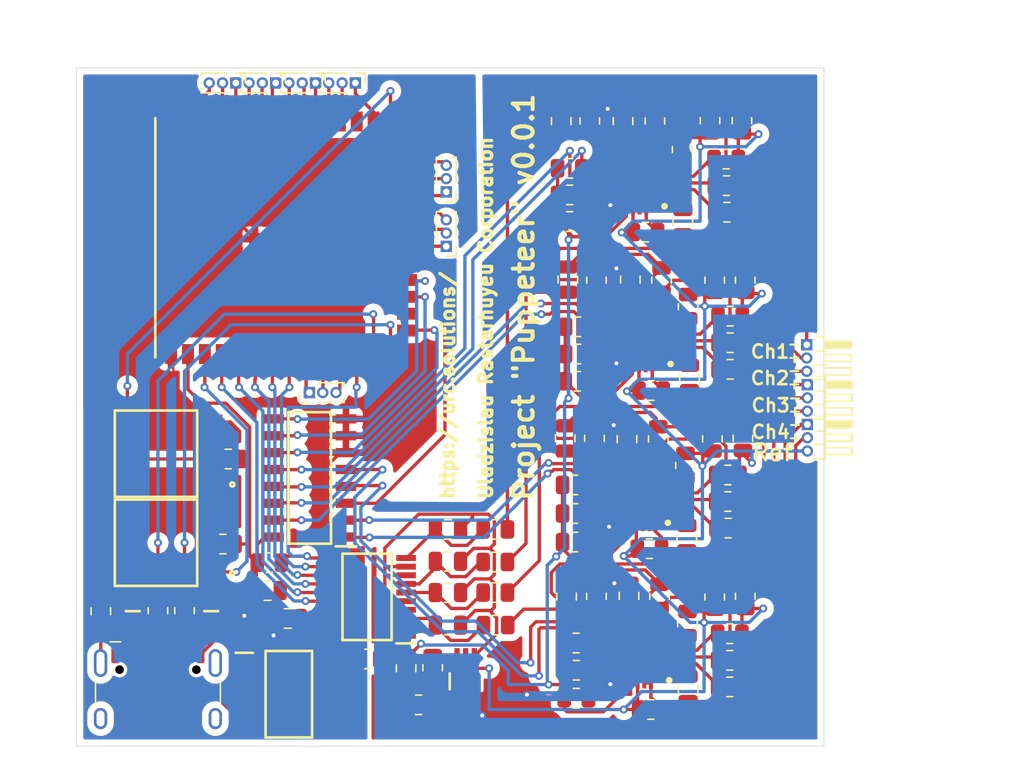
<source format=kicad_pcb>
(kicad_pcb (version 20241229) (generator "pcbnew") (generator_version "9.0")
  (layers (0 "F.Cu" signal) (2 "B.Cu" signal) (13 "F.Paste" user) (15 "B.Paste" user) (5 "F.SilkS" user "F.Silkscreen") (7 "B.SilkS" user "B.Silkscreen") (1 "F.Mask" user) (3 "B.Mask" user) (25 "Edge.Cuts" user))
  (net 0 "")
  (net 1 "VREF_BUF")
  (net 2 "3V3_D")
  (net 3 "Net-(IC1-AIN2P)")
  (net 4 "Net-(IC1-~{CS})")
  (net 5 "Net-(IC1-~{SYNC}{slash}~{RESET})")
  (net 6 "Net-(IC1-SCLK)")
  (net 7 "DGND")
  (net 8 "Net-(IC1-AIN3P)")
  (net 9 "AGND")
  (net 10 "3v3_A")
  (net 11 "Net-(IC1-~{DRDY})")
  (net 12 "Net-(IC1-AIN1P)")
  (net 13 "Net-(IC1-AIN0P)")
  (net 14 "Net-(IC1-DIN)")
  (net 15 "Net-(IC1-CAP)")
  (net 16 "Net-(IC1-DOUT)")
  (net 17 "Net-(IC2-OPAMP-)")
  (net 18 "Net-(IC2-OUT)")
  (net 19 "Net-(IC2-RLDFB)")
  (net 20 "Net-(IC2-HPSENSE)")
  (net 21 "Net-(IC2-~{SDN})")
  (net 22 "Net-(IC2-+IN)")
  (net 23 "Net-(IC2--IN)")
  (net 24 "Net-(IC10-Y1)")
  (net 25 "Net-(IC2-OPAMP+)")
  (net 26 "Net-(IC2-HPDRIVE)")
  (net 27 "Net-(IC10-Y2)")
  (net 28 "Net-(IC2-REFOUT)")
  (net 29 "Net-(IC2-RLD)")
  (net 30 "Net-(IC10-Z)")
  (net 32 "Net-(IC3-IO19)")
  (net 33 "Net-(IC10-S0)")
  (net 34 "Net-(IC3-EN)")
  (net 35 "Net-(IC10-S1)")
  (net 36 "Net-(IC10-S2)")
  (net 37 "Net-(IC3-IO0)")
  (net 38 "Net-(IC3-IO20)")
  (net 40 "Net-(IC4-VIN)")
  (net 42 "Net-(IC10-Y0)")
  (net 43 "Net-(IC5-REFOUT)")
  (net 44 "Net-(IC5-OUT)")
  (net 45 "Net-(IC5-HPDRIVE)")
  (net 46 "Net-(IC5-+IN)")
  (net 47 "Net-(IC5-RLDFB)")
  (net 48 "Net-(IC5-HPSENSE)")
  (net 49 "Net-(IC10-Y3)")
  (net 50 "Net-(IC5-RLD)")
  (net 51 "Net-(IC5-OPAMP-)")
  (net 52 "Net-(IC5-~{SDN})")
  (net 53 "Net-(IC5--IN)")
  (net 54 "Net-(IC5-OPAMP+)")
  (net 55 "Net-(IC6-+IN)")
  (net 56 "Net-(IC10-Y4)")
  (net 57 "Net-(IC6--IN)")
  (net 58 "Net-(IC6-OPAMP-)")
  (net 59 "Net-(IC6-REFOUT)")
  (net 60 "Net-(IC6-OPAMP+)")
  (net 61 "Net-(IC6-HPSENSE)")
  (net 62 "Net-(IC10-Y6)")
  (net 63 "Net-(IC6-HPDRIVE)")
  (net 64 "Net-(IC6-OUT)")
  (net 65 "Net-(IC6-~{SDN})")
  (net 66 "Net-(IC6-RLD)")
  (net 67 "Net-(IC6-RLDFB)")
  (net 68 "Net-(IC7-HPDRIVE)")
  (net 69 "Net-(IC7-RLDFB)")
  (net 70 "Net-(IC10-Y7)")
  (net 71 "Net-(IC7-REFOUT)")
  (net 72 "Net-(IC7-OPAMP+)")
  (net 73 "Net-(IC7-HPSENSE)")
  (net 74 "Net-(IC10-Y5)")
  (net 75 "Net-(IC7-RLD)")
  (net 76 "Net-(IC7-OPAMP-)")
  (net 77 "Net-(IC7--IN)")
  (net 78 "Net-(IC7-~{SDN})")
  (net 79 "Net-(IC7-+IN)")
  (net 80 "Net-(IC7-OUT)")
  (net 81 "/VREF_RAW")
  (net 89 "Net-(J5-SHIELD)")
  (net 90 "Net-(IC3-IO13)")
  (net 91 "Net-(IC3-IO18)")
  (net 92 "Net-(IC3-IO38)")
  (net 93 "Net-(IC3-IO40)")
  (net 94 "Net-(IC3-IO39)")
  (net 95 "Net-(IC3-IO37)")
  (net 96 "Net-(IC3-IO41)")
  (net 97 "Net-(IC3-IO35)")
  (net 98 "Net-(IC3-IO14)")
  (net 99 "Net-(IC3-IO17)")
  (net 100 "Net-(IC3-IO48)")
  (net 101 "Net-(IC3-IO47)")
  (net 102 "Net-(IC3-IO16)")
  (net 103 "Net-(IC3-TXD0)")
  (net 104 "Net-(IC3-IO12)")
  (net 105 "Net-(IC3-IO21)")
  (net 106 "Net-(IC3-IO36)")
  (net 107 "Net-(IC3-IO42)")
  (net 108 "Net-(IC3-IO1)")
  (net 109 "Net-(IC3-IO2)")
  (net 110 "Net-(IC3-RXD0)")
  (net 111 "Net-(J5-D--PadA7)")
  (net 112 "Net-(J5-CC2)")
  (net 114 "Net-(J5-D+-PadA6)")
  (net 115 "Net-(J5-CC1)")
  (net 117 "Net-(J7-Pin_1)")
  (net 118 "Net-(J7-Pin_2)")
  (net 119 "Net-(J7-Pin_3)")
  (net 120 "Net-(J8-Pin_1)")
  (net 121 "Net-(J8-Pin_2)")
  (net 122 "Net-(J8-Pin_3)")
  (net 123 "Net-(J9-Pin_2)")
  (net 124 "Net-(J9-Pin_1)")
  (footprint "Resistor_SMD:R_0805_2012Metric" (layer "F.Cu") (at 207.0125 153.3)
    (property "Reference" "R15")
    (property "Value" "100K")
  )
  (footprint "Capacitor_SMD:C_0805_2012Metric" (layer "F.Cu") (at 218.25 121.3 90)
    (property "Reference" "C2")
    (property "Value" "8.2nF")
  )
  (footprint "Resistor_SMD:R_0805_2012Metric" (layer "F.Cu") (at 225.15 145.1375 90)
    (property "Reference" "R60")
    (property "Value" "43K")
  )
  (footprint "Capacitor_SMD:C_0805_2012Metric" (layer "F.Cu") (at 197.175 146.8 180)
    (property "Reference" "C1")
    (property "Value" "0.22µF")
  )
  (footprint "Connector_PinHeader_1.00mm:PinHeader_1x03_P1.00mm_Horizontal" (layer "F.Cu") (at 236.275 129.2)
    (property "Reference" "J8")
    (property "Value" "Conn_01x03_Pin")
  )
  (footprint "Resistor_SMD:R_0805_2012Metric" (layer "F.Cu") (at 218.7625 141.05 180)
    (property "Reference" "R53")
    (property "Value" "100K")
  )
  (footprint "Resistor_SMD:R_0805_2012Metric" (layer "F.Cu") (at 229.3 121.3375 90)
    (property "Reference" "R8")
    (property "Value" "43K")
  )
  (footprint "Capacitor_SMD:C_0805_2012Metric" (layer "F.Cu") (at 209.225 140.1)
    (property "Reference" "C21")
    (property "Value" "1nF")
  )
  (footprint "Resistor_SMD:R_0805_2012Metric" (layer "F.Cu") (at 230.4625 126.05)
    (property "Reference" "R18")
    (property "Value" "180K")
  )
  (footprint "Resistor_SMD:R_0805_2012Metric" (layer "F.Cu") (at 230.3125 140)
    (property "Reference" "R55")
    (property "Value" "180K")
  )
  (footprint "SamacSys_Parts:QFN50P400X400X80-21N-D" (layer "F.Cu") (at 223.5 149.7 180)
    (property "Reference" "IC7")
    (property "Value" "AD8232ACPZ-R7" (hide yes))
  )
  (footprint "Resistor_SMD:R_0805_2012Metric" (layer "F.Cu") (at 212.8125 147.3)
    (property "Reference" "R69")
    (property "Value" "100R")
  )
  (footprint "Resistor_SMD:R_0805_2012Metric" (layer "F.Cu") (at 212.7875 144.85)
    (property "Reference" "R70")
    (property "Value" "100R")
  )
  (footprint "Capacitor_SMD:C_0805_2012Metric" (layer "F.Cu") (at 209.225 144.85)
    (property "Reference" "C18")
    (property "Value" "1nF")
  )
  (footprint "Resistor_SMD:R_0805_2012Metric" (layer "F.Cu") (at 230.4625 124.05)
    (property "Reference" "R17")
    (property "Value" "1M")
  )
  (footprint "Capacitor_SMD:C_0805_2012Metric" (layer "F.Cu") (at 227.2 140.75 90)
    (property "Reference" "C14")
    (property "Value" "1µF")
  )
  (footprint "Resistor_SMD:R_0805_2012Metric" (layer "F.Cu") (at 228.95 109.3375 90)
    (property "Reference" "R23")
    (property "Value" "43K")
  )
  (footprint "Resistor_SMD:R_0805_2012Metric" (layer "F.Cu") (at 230.4625 128.05)
    (property "Reference" "R19")
    (property "Value" "180K")
  )
  (footprint "Capacitor_SMD:C_0805_2012Metric" (layer "F.Cu") (at 209.225 147.3 180)
    (property "Reference" "C19")
    (property "Value" "1nF")
  )
  (footprint "SamacSys_Parts:ESP32S3WROOM1UN16R8" (layer "F.Cu") (at 196.8 118.15 90)
    (property "Reference" "IC3")
    (property "Value" "ESP32-S3-WROOM-1U-N16R8" (hide yes))
  )
  (footprint "Connector_PinHeader_1.00mm:PinHeader_1x03_P1.00mm_Vertical" (layer "F.Cu") (at 209.1 114.7 180)
    (property "Reference" "J3")
    (property "Value" "Conn_01x03_Pin")
  )
  (footprint "Capacitor_SMD:C_0805_2012Metric" (layer "F.Cu") (at 227.3 152.1 90)
    (property "Reference" "C17")
    (property "Value" "1µF")
  )
  (footprint "Connector_PinHeader_1.00mm:PinHeader_1x03_P1.00mm_Vertical" (layer "F.Cu") (at 202.26 106.5 -90)
    (property "Reference" "J4")
    (property "Value" "Conn_01x03_Pin")
  )
  (footprint "Resistor_SMD:R_0805_2012Metric" (layer "F.Cu") (at 195.7875 142.6)
    (property "Reference" "R73")
    (property "Value" "10K")
  )
  (footprint "Resistor_SMD:R_0805_2012Metric" (layer "F.Cu") (at 227.1 135.2875 -90)
    (property "Reference" "R51")
    (property "Value" "100K")
  )
  (footprint "Resistor_SMD:R_0805_2012Metric" (layer "F.Cu") (at 230.4375 151.95)
    (property "Reference" "R67")
    (property "Value" "180K")
  )
  (footprint "Resistor_SMD:R_0805_2012Metric" (layer "F.Cu") (at 229.3 145.1875 90)
    (property "Reference" "R59")
    (property "Value" "43K")
  )
  (footprint "SamacSys_Parts:SOP65P640X120-20N" (layer "F.Cu") (at 203.137 145.175 180)
    (property "Reference" "IC1")
    (property "Value" "ADS131M04IPWR" (hide yes))
  )
  (footprint "SamacSys_Parts:SOIC127P600X175-16N" (layer "F.Cu") (at 198.825 136.225 180)
    (property "Reference" "IC10")
    (property "Value" "74HC4051D" (hide yes))
  )
  (footprint "Resistor_SMD:R_0805_2012Metric" (layer "F.Cu") (at 226.85 111.5125 -90)
    (property "Reference" "R28")
    (property "Value" "100K")
  )
  (footprint "Capacitor_SMD:C_0805_2012Metric" (layer "F.Cu") (at 222.95 121.3 -90)
    (property "Reference" "C3")
    (property "Value" "100nF")
  )
  (footprint "Resistor_SMD:R_0805_2012Metric" (layer "F.Cu") (at 224.4875 153.65 180)
    (property "Reference" "R68")
    (property "Value" "820K")
  )
  (footprint "Resistor_SMD:R_0805_2012Metric" (layer "F.Cu") (at 220.4 121.3375 90)
    (property "Reference" "R7")
    (property "Value" "59K")
  )
  (footprint "SamacSys_Parts:SOT229P700X180-4N" (layer "F.Cu") (at 197.25 152.5)
    (property "Reference" "IC4")
    (property "Value" "AMS1117-3.3" (hide yes))
  )
  (footprint "SamacSys_Parts:SKHMQLE010" (layer "F.Cu") (at 187.253 134.4 180)
    (property "Reference" "S2")
    (property "Value" "SKHMQKE010 (boot)" (hide yes))
  )
  (footprint "Connector_PinHeader_1.00mm:PinHeader_1x03_P1.00mm_Vertical" (layer "F.Cu") (at 198.8 129.8 90)
    (property "Reference" "J1")
    (property "Value" "Conn_01x03_Pin")
  )
  (footprint "Resistor_SMD:R_0805_2012Metric" (layer "F.Cu") (at 212.7875 142.55)
    (property "Reference" "R71")
    (property "Value" "100R")
  )
  (footprint "Resistor_SMD:R_0805_2012Metric" (layer "F.Cu") (at 231.6 121.3375 90)
    (property "Reference" "R6")
    (property "Value" "100K")
  )
  (footprint "SamacSys_Parts:QFN50P400X400X80-21N-D" (layer "F.Cu") (at 223.6 125.9 180)
    (property "Reference" "IC2")
    (property "Value" "AD8232ACPZ-R7" (hide yes))
  )
  (footprint "Resistor_SMD:R_0805_2012Metric" (layer "F.Cu") (at 218.3875 116.925 180)
    (property "Reference" "R35")
    (property "Value" "100K")
  )
  (footprint "Resistor_SMD:R_0805_2012Metric" (layer "F.Cu") (at 189.4 146.2125 -90)
    (property "Reference" "R2")
    (property "Value" "22R")
  )
  (footprint "Capacitor_SMD:C_0805_2012Metric" (layer "F.Cu") (at 222.7 133.3 -90)
    (property "Reference" "C13")
    (property "Value" "100nF")
  )
  (footprint "Capacitor_SMD:C_0805_2012Metric" (layer "F.Cu") (at 206.075 150.55 90)
    (property "Reference" "C6")
    (property "Value" "100nF")
  )
  (footprint "Connector_PinHeader_1.00mm:PinHeader_1x03_P1.00mm_Vertical" (layer "F.Cu") (at 193.26 106.5 -90)
    (property "Reference" "J11")
    (property "Value" "Conn_01x03_Pin")
  )
  (footprint "Resistor_SMD:R_0805_2012Metric" (layer "F.Cu") (at 227.25 147.1875 -90)
    (property "Reference" "R63")
    (property "Value" "100K")
  )
  (footprint "Resistor_SMD:R_0805_2012Metric" (layer "F.Cu") (at 192.6875 134.8 180)
    (property "Reference" "R5")
    (property "Value" "10K")
  )
  (footprint "Resistor_SMD:R_0805_2012Metric" (layer "F.Cu") (at 224.8 109.3625 90)
    (property "Reference" "R24")
    (property "Value" "43K")
  )
  (footprint "Resistor_SMD:R_0805_2012Metric" (layer "F.Cu") (at 212.7875 140.1)
    (property "Reference" "R72")
    (property "Value" "100R")
  )
  (footprint "SamacSys_Parts:SKHMQLE010" (layer "F.Cu") (at 187.253 141.1 180)
    (property "Reference" "S1")
    (property "Value" "SKHMQKE010 (reset)" (hide yes))
  )
  (footprint "Resistor_SMD:R_0805_2012Metric" (layer "F.Cu") (at 230.2125 116.225)
    (property "Reference" "R31")
    (property "Value" "180K")
  )
  (footprint "Capacitor_SMD:C_0805_2012Metric" (layer "F.Cu") (at 217.75 109.375 90)
    (property "Reference" "C5")
    (property "Value" "8.2nF")
  )
  (footprint "Resistor_SMD:R_0805_2012Metric" (layer "F.Cu") (at 218.8875 152.8 180)
    (property "Reference" "R65")
    (property "Value" "100K")
  )
  (footprint "Resistor_SMD:R_0805_2012Metric" (layer "F.Cu") (at 227.3 123.3375 -90)
    (property "Reference" "R13")
    (property "Value" "100K")
  )
  (footprint "Resistor_SMD:R_0805_2012Metric" (layer "F.Cu") (at 218.8875 150.7)
    (property "Reference" "R62")
    (property "Value" "1M")
  )
  (footprint "SamacSys_Parts:RESC2012X60N" (layer "F.Cu") (at 191.4 146.25 90)
    (property "Reference" "R14")
    (property "Value" "5.1K" (hide yes))
  )
  (footprint "Resistor_SMD:R_0805_2012Metric" (layer "F.Cu") (at 218.9875 124.85)
    (property "Reference" "R10")
    (property "Value" "1M")
  )
  (footprint "Resistor_SMD:R_0805_2012Metric" (layer "F.Cu") (at 225.3 121.3375 90)
    (property "Reference" "R9")
    (property "Value" "43K")
  )
  (footprint "Resistor_SMD:R_0805_2012Metric" (layer "F.Cu") (at 218.3875 114.925)
    (property "Reference" "R34")
    (property "Value" "1M")
  )
  (footprint "Resistor_SMD:R_0805_2012Metric" (layer "F.Cu") (at 218.7625 136.75)
    (property "Reference" "R49")
    (property "Value" "1M")
  )
  (footprint "Resistor_SMD:R_0805_2012Metric" (layer "F.Cu") (at 187.4 146.2125 -90)
    (property "Reference" "R1")
    (property "Value" "22R")
  )
  (footprint "Resistor_SMD:R_0805_2012Metric" (layer "F.Cu") (at 203.1875 149.85)
    (property "Reference" "R36")
    (property "Value" "0R")
  )
  (footprint "Resistor_SMD:R_0805_2012Metric" (layer "F.Cu") (at 192.2875 141.2)
    (property "Reference" "R4")
    (property "Value" "10K")
  )
  (footprint "SamacSys_Parts:SOT65P210X110-6N" (layer "F.Cu") (at 210.5575 150.5825 90)
    (property "Reference" "IC8")
    (property "Value" "TLV9001SIDCKR" (hide yes))
  )
  (footprint "SamacSys_Parts:RESC2012X60N" (layer "F.Cu") (at 185.5 146.25 90)
    (property "Reference" "R37")
    (property "Value" "5.1K" (hide yes))
  )
  (footprint "Resistor_SMD:R_0805_2012Metric" (layer "F.Cu") (at 218.9625 128.95 180)
    (property "Reference" "R11")
    (property "Value" "100K")
  )
  (footprint "SamacSys_Parts:QFN50P400X400X80-21N-D" (layer "F.Cu") (at 223.15 114.025 180)
    (property "Reference" "IC5")
    (property "Value" "AD8232ACPZ-R7" (hide yes))
  )
  (footprint "Resistor_SMD:R_0805_2012Metric" (layer "F.Cu") (at 225.05 133.2875 90)
    (property "Reference" "R48")
    (property "Value" "43K")
  )
  (footprint "Resistor_SMD:R_0805_2012Metric" (layer "F.Cu") (at 219.9 109.3625 90)
    (property "Reference" "R22")
    (property "Value" "59K")
  )
  (footprint "Resistor_SMD:R_0805_2012Metric" (layer "F.Cu") (at 208.075 150.5125 90)
    (property "Reference" "R16")
    (property "Value" "100K")
  )
  (footprint "Resistor_SMD:R_0805_2012Metric" (layer "F.Cu") (at 230.1625 112.225)
    (property "Reference" "R29")
    (property "Value" "1M")
  )
  (footprint "Resistor_SMD:R_0805_2012Metric" (layer "F.Cu") (at 231.6 145.1375 90)
    (property "Reference" "R57")
    (property "Value" "100K")
  )
  (footprint "Resistor_SMD:R_0805_2012Metric" (layer "F.Cu") (at 231.425 133.2375 90)
    (property "Reference" "R25")
    (property "Value" "100K")
  )
  (footprint "Connector_PinHeader_1.00mm:PinHeader_1x03_P1.00mm_Horizontal" (layer "F.Cu") (at 236.275 132.2)
    (property "Reference" "J9")
    (property "Value" "Conn_01x03_Pin")
  )
  (footprint "Capacitor_SMD:C_0805_2012Metric" (layer "F.Cu") (at 222.85 145.1 -90)
    (property "Reference" "C16")
    (property "Value" "100nF")
  )
  (footprint "Capacitor_SMD:C_0805_2012Metric" (layer "F.Cu") (at 226.9 116.975 90)
    (property "Reference" "C8")
    (property "Value" "1µF")
  )
  (footprint "Capacitor_SMD:C_0805_2012Metric" (layer "F.Cu") (at 183.1 146.25 90)
    (property "Reference" "C10")
    (property "Value" "1nF")
  )
  (footprint "Resistor_SMD:R_0805_2012Metric" (layer "F.Cu") (at 218.7625 138.9)
    (property "Reference" "R50")
    (property "Value" "1M")
  )
  (footprint "Resistor_SMD:R_0805_2012Metric" (layer "F.Cu") (at 220.4 145.1375 90)
    (property "Reference" "R58")
    (property "Value" "59K")
  )
  (footprint "Resistor_SMD:R_0805_2012Metric" (layer "F.Cu") (at 224.0875 117.725 180)
    (property "Reference" "R32")
    (property "Value" "820K")
  )
  (footprint "Resistor_SMD:R_0805_2012Metric" (layer "F.Cu") (at 218.3875 112.925)
    (property "Reference" "R33")
    (property "Value" "1M")
  )
  (footprint "Capacitor_SMD:C_0805_2012Metric" (layer "F.Cu") (at 227.4 128.7 90)
    (property "Reference" "C4")
    (property "Value" "1µF")
  )
  (footprint "Capacitor_SMD:C_0805_2012Metric" (layer "F.Cu") (at 195.65 144.7 180)
    (property "Reference" "C22")
    (property "Value" "100nF")
  )
  (footprint "Capacitor_SMD:C_0805_2012Metric" (layer "F.Cu") (at 222.4 109.375 -90)
    (property "Reference" "C7")
    (property "Value" "100nF")
  )
  (footprint "Resistor_SMD:R_0805_2012Metric" (layer "F.Cu") (at 224.5125 129.65 180)
    (property "Reference" "R20")
    (property "Value" "820K")
  )
  (footprint "Resistor_SMD:R_0805_2012Metric" (layer "F.Cu") (at 229.125 133.2875 90)
    (property "Reference" "R27")
    (property "Value" "43K")
  )
  (footprint "Resistor_SMD:R_0805_2012Metric" (layer "F.Cu") (at 230.2875 138)
    (property "Reference" "R54")
    (property "Value" "180K")
  )
  (footprint "Resistor_SMD:R_0805_2012Metric" (layer "F.Cu") (at 218.877 148.65)
    (property "Reference" "R61")
    (property "Value" "1M")
  )
  (footprint "Capacitor_SMD:C_0805_2012Metric" (layer "F.Cu") (at 209.225 142.5 180)
    (property "Reference" "C20")
    (property "Value" "1nF")
  )
  (footprint "Connector_PinHeader_1.00mm:PinHeader_1x03_P1.00mm_Horizontal" (layer "F.Cu") (at 236.225 126.2)
    (property "Reference" "J7")
    (property "Value" "Conn_01x03_Pin")
  )
  (footprint "Capacitor_SMD:C_0805_2012Metric" (layer "F.Cu") (at 218.05 133.25 90)
    (property "Reference" "C12")
    (property "Value" "8.2nF")
  )
  (footprint "Connector_PinHeader_1.00mm:PinHeader_1x03_P1.00mm_Vertical" (layer "F.Cu") (at 199.26 106.5 -90)
    (property "Reference" "J6")
    (property "Value" "Conn_01x03_Pin")
  )
  (footprint "Connector_PinHeader_1.00mm:PinHeader_1x03_P1.00mm_Vertical" (layer "F.Cu") (at 196.26 106.5 -90)
    (property "Reference" "J10")
    (property "Value" "Conn_01x03_Pin")
  )
  (footprint "Resistor_SMD:R_0805_2012Metric" (layer "F.Cu") (at 231.35 109.3375 90)
    (property "Reference" "R21")
    (property "Value" "100K")
  )
  (footprint "Resistor_SMD:R_0805_2012Metric" (layer "F.Cu") (at 230.4375 149.95)
    (property "Reference" "R66")
    (property "Value" "180K")
  )
  (footprint "Resistor_SMD:R_0805_2012Metric" (layer "F.Cu") (at 230.1875 114.225)
    (property "Reference" "R30")
    (property "Value" "180K")
  )
  (footprint "Connector_PinHeader_1.00mm:PinHeader_1x03_P1.00mm_Vertical" (layer "F.Cu") (at 209.1 118.8 180)
    (property "Reference" "J2")
    (property "Value" "Conn_01x03_Pin")
  )
  (footprint "Resistor_SMD:R_0805_2012Metric" (layer "F.Cu") (at 230.2875 136)
    (property "Reference" "R52")
    (property "Value" "1M")
  )
  (footprint "Resistor_SMD:R_0805_2012Metric" (layer "F.Cu") (at 230.4375 147.95)
    (property "Reference" "R64")
    (property "Value" "1M")
  )
  (footprint "Resistor_SMD:R_0805_2012Metric" (layer "F.Cu") (at 224.3875 141.55 180)
    (property "Reference" "R56")
    (property "Value" "820K")
  )
  (footprint "Resistor_SMD:R_0805_2012Metric" (layer "F.Cu") (at 220.25 133.2375 90)
    (property "Reference" "R26")
    (property "Value" "59K")
  )
  (footprint "Capacitor_SMD:C_0805_2012Metric" (layer "F.Cu") (at 218.15 145.15 90)
    (property "Reference" "C15")
    (property "Value" "8.2nF")
  )
  (footprint "Resistor_SMD:R_0805_2012Metric" (layer "F.Cu") (at 218.9875 126.9)
    (property "Reference" "R12")
    (property "Value" "1M")
  )
  (footprint "Connector_USB:USB_C_Receptacle_HCTL_HC-TYPE-C-16P-01A" (layer "F.Cu") (at 187.4 153.26)
    (property "Reference" "J5")
    (property "Value" "USB_C_Receptacle_USB2.0_16P")
  )
  (footprint "SamacSys_Parts:QFN50P400X400X80-21N-D" (layer "F.Cu") (at 223.4 137.85 180)
    (property "Reference" "IC6")
    (property "Value" "AD8232ACPZ-R7" (hide yes))
  )
  (gr_rect (start 181.28 105.36) (end 237.52 156.41) (stroke (width 0.05)) (fill no) (layer "Edge.Cuts"))
  (gr_text "Ch3" (at 231.95 131.35 0) (layer "F.SilkS") (effects (font (size 1 1) (thickness 0.2) (bold yes)) (justify left bottom)))
  (gr_text "+" (at 234.7 127.6 0) (layer "F.SilkS") (effects (font (size 0.8 0.8)) (justify left bottom)))
  (gr_text "Ch1" (at 231.9 127.3 0) (layer "F.SilkS") (effects (font (size 1 1) (thickness 0.2) (bold yes)) (justify left bottom)))
  (gr_text "Ch2" (at 231.9 129.3 0) (layer "F.SilkS") (effects (font (size 1 1) (thickness 0.2) (bold yes)) (justify left bottom)))
  (gr_text "+" (at 234.75 133.65 0) (layer "F.SilkS") (effects (font (size 0.8 0.8)) (justify left bottom)))
  (gr_text "-" (at 234.75 132.65 0) (layer "F.SilkS") (effects (font (size 0.8 0.8)) (justify left bottom)))
  (gr_text "Ref" (at 232 135.05 0) (layer "F.SilkS") (effects (font (size 1.25 1.25) (thickness 0.2) (bold yes)) (justify left bottom)))
  (gr_text "+" (at 234.7 129.6 0) (layer "F.SilkS") (effects (font (size 0.8 0.8)) (justify left bottom)))
  (gr_text "Uladzislau Rastarhuyeu Corporation" (at 212.65 137.95 90) (layer "F.SilkS") (effects (font (size 1 1) (thickness 0.25) (bold yes)) (justify left bottom)))
  (gr_text "-" (at 234.75 130.65 0) (layer "F.SilkS") (effects (font (size 0.8 0.8)) (justify left bottom)))
  (gr_text "Ch4" (at 231.95 133.35 0) (layer "F.SilkS") (effects (font (size 1 1) (thickness 0.2) (bold yes)) (justify left bottom)))
  (gr_text "Project {dblquote}Puppeteer{dblquote} v0.0.1" (at 215.8 138.1 90) (layer "F.SilkS") (effects (font (size 1.5 1.5) (thickness 0.3) (bold yes)) (justify left bottom)))
  (gr_text "-" (at 234.7 126.6 0) (layer "F.SilkS") (effects (font (size 0.8 0.8)) (justify left bottom)))
  (gr_text "https://urc.solutions/" (at 209.8 137.95 90) (layer "F.SilkS") (effects (font (size 1 1) (thickness 0.25) (bold yes)) (justify left bottom)))
  (gr_text "+" (at 234.75 131.65 0) (layer "F.SilkS") (effects (font (size 0.8 0.8)) (justify left bottom)))
  (gr_text "-" (at 234.7 128.6 0) (layer "F.SilkS") (effects (font (size 0.8 0.8)) (justify left bottom)))
  (segment (start 222.333884 117.725) (end 222.304442 117.754442) (width 0.25) (layer "F.Cu") (net 1))
  (segment (start 204.475 141.5) (end 204.475 142.95) (width 0.25) (layer "F.Cu") (net 1))
  (segment (start 212.383014 141.524) (end 212.7135 141.193514) (width 0.25) (layer "F.Cu") (net 1))
  (segment (start 228.55 122.475) (end 228.5 122.425) (width 0.25) (layer "F.Cu") (net 1))
  (segment (start 212.383014 143.824) (end 212.7135 143.493514) (width 0.25) (layer "F.Cu") (net 1))
  (segment (start 206.075 143.55) (end 204.475 143.55) (width 0.25) (layer "F.Cu") (net 1))
  (segment (start 211.125 149.55) (end 211.125 150.55) (width 0.25) (layer "F.Cu") (net 1))
  (segment (start 211.125 150.55) (end 211.125 151.45) (width 0.25) (layer "F.Cu") (net 1))
  (segment (start 212.383014 141.524) (end 211.151 141.524) (width 0.25) (layer "F.Cu") (net 1))
  (segment (start 204.475 143.55) (end 204.475 145.45) (width 0.25) (layer "F.Cu") (net 1))
  (segment (start 211.151 141.524) (end 210.175 142.5) (width 0.25) (layer "F.Cu") (net 1))
  (segment (start 204.675 146.15) (end 206.075 146.15) (width 0.25) (layer "F.Cu") (net 1))
  (segment (start 231.35 147.95) (end 231.35 146.3) (width 0.25) (layer "F.Cu") (net 1))
  (segment (start 222.925 142.1) (end 223.475 141.55) (width 0.25) (layer "F.Cu") (net 1))
  (segment (start 228.4 135.3) (end 228.4 134.375) (width 0.25) (layer "F.Cu") (net 1))
  (segment (start 231.375 124.05) (end 231.375 122.525) (width 0.25) (layer "F.Cu") (net 1))
  (segment (start 231.475 134.475) (end 231.475 134.2) (width 0.25) (layer "F.Cu") (net 1))
  (segment (start 212.383014 143.824) (end 212.7135 144.154486) (width 0.25) (layer "F.Cu") (net 1))
  (segment (start 204.475 145.95) (end 204.675 146.15) (width 0.25) (layer "F.Cu") (net 1))
  (segment (start 228.55 123.3) (end 228.55 122.475) (width 0.25) (layer "F.Cu") (net 1))
  (segment (start 211.077 139.198) (end 210.175 140.1) (width 0.25) (layer "F.Cu") (net 1))
  (segment (start 211.201 143.824) (end 210.175 144.85) (width 0.25) (layer "F.Cu") (net 1))
  (segment (start 231.475 134.2) (end 231.425 134.15) (width 0.25) (layer "F.Cu") (net 1))
  (segment (start 206.075 142.9) (end 204.525 142.9) (width 0.25) (layer "F.Cu") (net 1))
  (segment (start 204.475 145.45) (end 204.475 145.95) (width 0.25) (layer "F.Cu") (net 1))
  (segment (start 223.15 117.7) (end 223.175 117.725) (width 0.25) (layer "F.Cu") (net 1))
  (segment (start 211.2075 149.6325) (end 212.8865 147.9535) (width 0.25) (layer "F.Cu") (net 1))
  (segment (start 222.45 153.65) (end 223.575 153.65) (width 0.25) (layer "F.Cu") (net 1))
  (segment (start 223.175 117.725) (end 222.333884 117.725) (width 0.25) (layer "F.Cu") (net 1))
  (segment (start 231.7 122.35) (end 231.6 122.25) (width 0.25) (layer "F.Cu") (net 1))
  (segment (start 229.125 122.425) (end 229.3 122.25) (width 0.25) (layer "F.Cu") (net 1))
  (segment (start 231.15 136.025) (end 231.15 134.325) (width 0.25) (layer "F.Cu") (net 1))
  (segment (start 212.7135 141.193514) (end 212.7135 139.404486) (width 0.25) (layer "F.Cu") (net 1))
  (segment (start 223.4 141.475) (end 223.4 139.8) (width 0.25) (layer "F.Cu") (net 1))
  (segment (start 228.6 110.6) (end 228.95 110.25) (width 0.25) (layer "F.Cu") (net 1))
  (segment (start 207.025 138.95) (end 204.475 141.5) (width 0.25) (layer "F.Cu") (net 1))
  (segment (start 212.7135 143.493514) (end 212.7135 141.854486) (width 0.25) (layer "F.Cu") (net 1))
  (segment (start 232.1 135.1) (end 231.475 134.475) (width 0.25) (layer "F.Cu") (net 1))
  (segment (start 223.6 127.85) (end 223.6 129.65) (width 0.25) (layer "F.Cu") (net 1))
  (segment (start 231.35 146.3) (end 231.6 146.05) (width 0.25) (layer "F.Cu") (net 1))
  (segment (start 212.383014 143.824) (end 211.201 143.824) (width 0.25) (layer "F.Cu") (net 1))
  (segment (start 228.5 146.275) (end 229.125 146.275) (width 0.25) (layer "F.Cu") (net 1))
  (segment (start 222.75 129.65) (end 222.7 129.7) (width 0.25) (layer "F.Cu") (net 1))
  (segment (start 212.259014 138.95) (end 211.077 138.95) (width 0.25) (layer "F.Cu") (net 1))
  (segment (start 231.375 122.525) (end 231.65 122.25) (width 0.25) (layer "F.Cu") (net 1))
  (segment (start 228.95 134.375) (end 229.125 134.2) (width 0.25) (layer "F.Cu") (net 1))
  (segment (start 228.2 111.3) (end 228.2 110.6) (width 0.25) (layer "F.Cu") (net 1))
  (segment (start 232.95 146.05) (end 231.6 146.05) (width 0.25) (layer "F.Cu") (net 1))
  (segment (start 228.375 135.325) (end 228.4 135.3) (width 0.25) (layer "F.Cu") (net 1))
  (segment (start 223.5 151.65) (end 223.5 153.575) (width 0.25) (layer "F.Cu") (net 1))
  (segment (start 228.4 134.375) (end 228.95 134.375) (width 0.25) (layer "F.Cu") (net 1))
  (segment (start 232.6 110.35) (end 231.45 110.35) (width 0.25) (layer "F.Cu") (net 1))
  (segment (start 212.503507 146.369493) (end 212.503507 146.178507) (width 0.25) (layer "F.Cu") (net 1))
  (segment (start 212.482014 146.2) (end 211.275 146.2) (width 0.25) (layer "F.Cu") (net 1))
  (segment (start 232.85 122.35) (end 231.7 122.35) (width 0.25) (layer "F.Cu") (net 1))
  (segment (start 223.5 153.575) (end 223.575 153.65) (width 0.25) (layer "F.Cu") (net 1))
  (segment (start 204.475 142.95) (end 204.475 143.55) (width 0.25) (layer "F.Cu") (net 1))
  (segment (start 231.075 112.225) (end 231.075 110.525) (width 0.25) (layer "F.Cu") (net 1))
  (segment (start 228.2 110.6) (end 228.6 110.6) (width 0.25) (layer "F.Cu") (net 1))
  (segment (start 211.275 146.2) (end 210.175 147.3) (width 0.25) (layer "F.Cu") (net 1))
  (segment (start 231.45 110.35) (end 231.35 110.25) (width 0.25) (layer "F.Cu") (net 1))
  (segment (start 227.1 134.375) (end 228.95 134.375) (width 0.25) (layer "F.Cu") (net 1))
  (segment (start 211.077 138.95) (end 211.077 139.198) (width 0.25) (layer "F.Cu") (net 1))
  (segment (start 223.15 115.975) (end 223.15 117.7) (width 0.25) (layer "F.Cu") (net 1))
  (segment (start 228.5 147.1) (end 228.5 146.275) (width 0.25) (layer "F.Cu") (net 1))
  (segment (start 226.85 110.6) (end 228.2 110.6) (width 0.25) (layer "F.Cu") (net 1))
  (segment (start 212.7135 139.404486) (end 212.259014 138.95) (width 0.25) (layer "F.Cu") (net 1))
  (segment (start 223.6 129.65) (end 222.75 129.65) (width 0.25) (layer "F.Cu") (net 1))
  (segment (start 212.8865 146.752486) (end 212.503507 146.369493) (width 0.25) (layer "F.Cu") (net 1))
  (segment (start 223.4875 151.6625) (end 223.5 151.65) (width 0.25) (layer "F.Cu") (net 1))
  (segment (start 204.525 145.5) (end 204.475 145.45) (width 0.25) (layer "F.Cu") (net 1))
  (segment (start 223.475 141.55) (end 223.4 141.475) (width 0.25) (layer "F.Cu") (net 1))
  (segment (start 222.45 142.1) (end 222.925 142.1) (width 0.25) (layer "F.Cu") (net 1))
  (segment (start 212.7135 141.854486) (end 212.383014 141.524) (width 0.25) (layer "F.Cu") (net 1))
  (segment (start 227.3 122.425) (end 228.5 122.425) (width 0.25) (layer "F.Cu") (net 1))
  (segment (start 227.25 146.275) (end 228.5 146.275) (width 0.25) (layer "F.Cu") (net 1))
  (segment (start 212.8865 147.9535) (end 212.8865 146.752486) (width 0.25) (layer "F.Cu") (net 1))
  (segment (start 229.125 146.275) (end 229.3 146.1) (width 0.25) (layer "F.Cu") (net 1))
  (segment (start 212.7135 145.968514) (end 212.482014 146.2) (width 0.25) (layer "F.Cu") (net 1))
  (segment (start 228.5 122.425) (end 229.125 122.425) (width 0.25) (layer "F.Cu") (net 1))
  (segment (start 231.075 110.525) (end 231.35 110.25) (width 0.25) (layer "F.Cu") (net 1))
  (segment (start 211.125 150.55) (end 212.325 150.55) (width 0.25) (layer "F.Cu") (net 1))
  (segment (start 212.7135 144.154486) (end 212.7135 145.968514) (width 0.25) (layer "F.Cu") (net 1))
  (segment (start 206.075 145.5) (end 204.525 145.5) (width 0.25) (layer "F.Cu") (net 1))
  (segment (start 204.525 142.9) (end 204.475 142.95) (width 0.25) (layer "F.Cu") (net 1))
  (segment (start 211.077 138.95) (end 207.025 138.95) (width 0.25) (layer "F.Cu") (net 1))
  (via (at 228.2 111.3) (size 0.6) (drill 0.3) (layers "F.Cu" "B.Cu") (net 1))
  (via (at 228.5 147.1) (size 0.6) (drill 0.3) (layers "F.Cu" "B.Cu") (net 1))
  (via (at 222.45 153.65) (size 0.6) (drill 0.3) (layers "F.Cu" "B.Cu") (net 1))
  (via (at 212.325 150.55) (size 0.6) (drill 0.3) (layers "F.Cu" "B.Cu") (net 1))
  (via (at 228.375 135.325) (size 0.6) (drill 0.3) (layers "F.Cu" "B.Cu") (net 1))
  (via (at 228.55 123.3) (size 0.6) (drill 0.3) (layers "F.Cu" "B.Cu") (net 1))
  (via (at 222.304442 117.754442) (size 0.6) (drill 0.3) (layers "F.Cu" "B.Cu") (net 1))
  (via (at 222.7 129.7) (size 0.6) (drill 0.3) (layers "F.Cu" "B.Cu") (net 1))
  (via (at 232.1 135.1) (size 0.6) (drill 0.3) (layers "F.Cu" "B.Cu") (net 1))
  (via (at 232.85 122.35) (size 0.6) (drill 0.3) (layers "F.Cu" "B.Cu") (net 1))
  (via (at 232.95 146.05) (size 0.6) (drill 0.3) (layers "F.Cu" "B.Cu") (net 1))
  (via (at 232.6 110.35) (size 0.6) (drill 0.3) (layers "F.Cu" "B.Cu") (net 1))
  (via (at 222.45 142.1) (size 0.6) (drill 0.3) (layers "F.Cu" "B.Cu") (net 1))
  (segment (start 231.65 111.3) (end 232.6 110.35) (width 0.25) (layer "B.Cu") (net 1))
  (segment (start 222.45 153.65) (end 223.8 152.3) (width 0.25) (layer "B.Cu") (net 1))
  (segment (start 228.2 116.9) (end 228.2 111.3) (width 0.25) (layer "B.Cu") (net 1))
  (segment (start 228.375 135.325) (end 228.375 140.8) (width 0.25) (layer "B.Cu") (net 1))
  (segment (start 227.85 123.3) (end 222.304442 117.754442) (width 0.25) (layer "B.Cu") (net 1))
  (segment (start 223.158884 116.9) (end 228.2 116.9) (width 0.25) (layer "B.Cu") (net 1))
  (segment (start 228.55 123.3) (end 231.9 123.3) (width 0.25) (layer "B.Cu") (net 1))
  (segment (start 212.325 150.55) (end 212.325 153.65) (width 0.25) (layer "B.Cu") (net 1))
  (segment (start 231.9 123.3) (end 232.85 122.35) (width 0.25) (layer "B.Cu") (net 1))
  (segment (start 232.1 134.3) (end 232 134.2) (width 0.25) (layer "B.Cu") (net 1))
  (segment (start 229.5 134.2) (end 228.375 135.325) (width 0.25) (layer "B.Cu") (net 1))
  (segment (start 228.55 128.8) (end 228.55 123.3) (width 0.25) (layer "B.Cu") (net 1))
  (segment (start 223.8 152.3) (end 228.5 152.3) (width 0.25) (layer "B.Cu") (net 1))
  (segment (start 228.2 111.3) (end 231.65 111.3) (width 0.25) (layer "B.Cu") (net 1))
  (segment (start 222.7 129.7) (end 223.6 128.8) (width 0.25) (layer "B.Cu") (net 1))
  (segment (start 223.75 140.8) (end 222.45 142.1) (width 0.25) (layer "B.Cu") (net 1))
  (segment (start 232.1 135.1) (end 232.1 134.3) (width 0.25) (layer "B.Cu") (net 1))
  (segment (start 228.375 140.8) (end 223.75 140.8) (width 0.25) (layer "B.Cu") (net 1))
  (segment (start 232.2 134.2) (end 236.275 134.2) (width 0.25) (layer "B.Cu") (net 1))
  (segment (start 212.325 153.65) (end 222.45 153.65) (width 0.25) (layer "B.Cu") (net 1))
  (segment (start 228.375 135.325) (end 228.325 135.325) (width 0.25) (layer "B.Cu") (net 1))
  (segment (start 228.325 135.325) (end 222.7 129.7) (width 0.25) (layer "B.Cu") (net 1))
  (segment (start 228.55 123.3) (end 227.85 123.3) (width 0.25) (layer "B.Cu") (net 1))
  (segment (start 223.6 128.8) (end 228.55 128.8) (width 0.25) (layer "B.Cu") (net 1))
  (segment (start 228.5 152.3) (end 228.5 147.1) (width 0.25) (layer "B.Cu") (net 1))
  (segment (start 231.9 147.1) (end 232.95 146.05) (width 0.25) (layer "B.Cu") (net 1))
  (segment (start 228.5 147.1) (end 227.45 147.1) (width 0.25) (layer "B.Cu") (net 1))
  (segment (start 232 134.2) (end 229.5 134.2) (width 0.25) (layer "B.Cu") (net 1))
  (segment (start 227.45 147.1) (end 222.45 142.1) (width 0.25) (layer "B.Cu") (net 1))
  (segment (start 228.5 147.1) (end 231.9 147.1) (width 0.25) (layer "B.Cu") (net 1))
  (segment (start 232.1 134.3) (end 232.2 134.2) (width 0.25) (layer "B.Cu") (net 1))
  (segment (start 222.304442 117.754442) (end 223.158884 116.9) (width 0.25) (layer "B.Cu") (net 1))
  (segment (start 194.8 148.1) (end 194.8 142.675) (width 0.25) (layer "F.Cu") (net 2))
  (segment (start 194.3 141.2) (end 194.3 134.8) (width 0.25) (layer "F.Cu") (net 2))
  (segment (start 193.2 141.2) (end 194.3 141.2) (width 0.25) (layer "F.Cu") (net 2))
  (segment (start 195.4 148.7) (end 194.8 148.1) (width 0.25) (layer "F.Cu") (net 2))
  (segment (start 194.875 142.6) (end 194.8 142.6) (width 0.25) (layer "F.Cu") (net 2))
  (segment (start 193.9 152.5) (end 195.4 151) (width 0.25) (layer "F.Cu") (net 2))
  (segment (start 194.8 142.675) (end 194.875 142.6) (width 0.25) (layer "F.Cu") (net 2))
  (segment (start 194.3 134.8) (end 193.6 134.8) (width 0.25) (layer "F.Cu") (net 2))
  (segment (start 194.3 132.4) (end 192.5 130.6) (width 0.25) (layer "F.Cu") (net 2))
  (segment (start 195.43 140.67) (end 196.1 140.67) (width 0.25) (layer "F.Cu") (net 2))
  (segment (start 194.875 142.6) (end 194.875 141.225) (width 0.25) (layer "F.Cu") (net 2))
  (segment (start 194.8 142.6) (end 194.3 142.1) (width 0.25) (layer "F.Cu") (net 2))
  (segment (start 199.599 148.7) (end 195.4 148.7) (width 0.25) (layer "F.Cu") (net 2))
  (segment (start 192.5 130.6) (end 190.7 130.6) (width 0.25) (layer "F.Cu") (net 2))
  (segment (start 200.199 148.1) (end 199.599 148.7) (width 0.25) (layer "F.Cu") (net 2))
  (segment (start 194.7 144.7) (end 194.7 142.8) (width 0.25) (layer "F.Cu") (net 2))
  (segment (start 195.4 151) (end 195.4 148.7) (width 0.25) (layer "F.Cu") (net 2))
  (segment (start 194.3 134.8) (end 194.3 132.4) (width 0.25) (layer "F.Cu") (net 2))
  (segment (start 194.3 142.1) (end 194.3 141.2) (width 0.25) (layer "F.Cu") (net 2))
  (segment (start 189.625 126.935) (end 189.66 126.9) (width 0.25) (layer "F.Cu") (net 2))
  (segment (start 189.66 129.56) (end 189.66 126.9) (width 0.25) (layer "F.Cu") (net 2))
  (segment (start 194.875 141.225) (end 195.43 140.67) (width 0.25) (layer "F.Cu") (net 2))
  (segment (start 190.7 130.6) (end 189.66 129.56) (width 0.25) (layer "F.Cu") (net 2))
  (segment (start 208.275 142.5) (end 209.425 143.65) (width 0.25) (layer "F.Cu") (net 3))
  (segment (start 210.571514 143.65) (end 211.671514 142.55) (width 0.25) (layer "F.Cu") (net 3))
  (segment (start 207.0625 144.2) (end 208.275 142.9875) (width 0.25) (layer "F.Cu") (net 3))
  (segment (start 209.425 143.65) (end 210.571514 143.65) (width 0.25) (layer "F.Cu") (net 3))
  (segment (start 208.275 142.9875) (end 208.275 142.5) (width 0.25) (layer "F.Cu") (net 3))
  (segment (start 211.671514 142.55) (end 211.875 142.55) (width 0.25) (layer "F.Cu") (net 3))
  (segment (start 206.075 144.2) (end 207.0625 144.2) (width 0.25) (layer "F.Cu") (net 3))
  (segment (start 197.28 129.38) (end 197.28 126.9) (width 0.25) (layer "F.Cu") (net 4))
  (segment (start 198.5 142.9) (end 200.199 142.9) (width 0.25) (layer "F.Cu") (net 4))
  (segment (start 197.3 129.4) (end 197.28 129.38) (width 0.25) (layer "F.Cu") (net 4))
  (via (at 197.3 129.4) (size 0.6) (drill 0.3) (layers "F.Cu" "B.Cu") (net 4))
  (via (at 198.5 142.9) (size 0.6) (drill 0.3) (layers "F.Cu" "B.Cu") (net 4))
  (segment (start 196.7 130) (end 197.3 129.4) (width 0.25) (layer "B.Cu") (net 4))
  (segment (start 197.6 142.9) (end 196.7 142) (width 0.25) (layer "B.Cu") (net 4))
  (segment (start 196.7 142) (end 196.7 130) (width 0.25) (layer "B.Cu") (net 4))
  (segment (start 198.5 142.9) (end 197.6 142.9) (width 0.25) (layer "B.Cu") (net 4))
  (segment (start 198.621646 142.1093) (end 197.1907 142.1093) (width 0.25) (layer "F.Cu") (net 5))
  (segment (start 197.1907 142.1093) (end 196.7 142.6) (width 0.25) (layer "F.Cu") (net 5))
  (segment (start 202.36 129.4) (end 202.36 126.9) (width 0.25) (layer "F.Cu") (net 5))
  (segment (start 198.762346 142.25) (end 200.199 142.25) (width 0.25) (layer "F.Cu") (net 5))
  (segment (start 198.621646 142.1093) (end 198.762346 142.25) (width 0.25) (layer "F.Cu") (net 5))
  (via (at 202.36 129.4) (size 0.6) (drill 0.3) (layers "F.Cu" "B.Cu") (net 5))
  (via (at 198.621646 142.1093) (size 0.6) (drill 0.3) (layers "F.Cu" "B.Cu") (net 5))
  (segment (start 197.5093 142.1093) (end 198.621646 142.1093) (width 0.25) (layer "B.Cu") (net 5))
  (segment (start 202.3 130.9) (end 197.2 130.9) (width 0.25) (layer "B.Cu") (net 5))
  (segment (start 202.36 129.4) (end 202.3 129.46) (width 0.25) (layer "B.Cu") (net 5))
  (segment (start 197.2 130.9) (end 197.2 141.8) (width 0.25) (layer "B.Cu") (net 5))
  (segment (start 202.3 129.46) (end 202.3 130.9) (width 0.25) (layer "B.Cu") (net 5))
  (segment (start 197.2 141.8) (end 197.5093 142.1093) (width 0.25) (layer "B.Cu") (net 5))
  (segment (start 194.74 128.76) (end 194.74 126.9) (width 0.25) (layer "F.Cu") (net 6))
  (segment (start 194.7 129.4) (end 194.7 128.8) (width 0.25) (layer "F.Cu") (net 6))
  (segment (start 200.199 144.2) (end 198.5 144.2) (width 0.25) (layer "F.Cu") (net 6))
  (segment (start 194.7 128.8) (end 194.74 128.76) (width 0.25) (layer "F.Cu") (net 6))
  (via (at 198.5 144.2) (size 0.6) (drill 0.3) (layers "F.Cu" "B.Cu") (net 6))
  (via (at 194.7 129.4) (size 0.6) (drill 0.3) (layers "F.Cu" "B.Cu") (net 6))
  (segment (start 195.749 130.449) (end 194.7 129.4) (width 0.25) (layer "B.Cu") (net 6))
  (segment (start 198.5 144.2) (end 197.62438 144.2) (width 0.25) (layer "B.Cu") (net 6))
  (segment (start 197.62438 144.2) (end 195.749 142.32462) (width 0.25) (layer "B.Cu") (net 6))
  (segment (start 195.749 142.32462) (end 195.749 130.449) (width 0.25) (layer "B.Cu") (net 6))
  (segment (start 201.2625 147.374) (end 201.2625 146.226) (width 0.25) (layer "F.Cu") (net 7))
  (segment (start 192.7 133.397) (end 191.453 132.15) (width 0.25) (layer "F.Cu") (net 7))
  (segment (start 190.5 146.2) (end 191.4 145.3) (width 0.25) (layer "F.Cu") (net 7))
  (segment (start 185.5 145.3) (end 183.1 145.3) (width 0.25) (layer "F.Cu") (net 7))
  (segment (start 196.1 146.925) (end 196.225 146.8) (width 0.25) (layer "F.Cu") (net 7))
  (segment (start 193.9 147.3) (end 193.9 146.6) (width 0.25) (layer "F.Cu") (net 7))
  (segment (start 200.199 147.45) (end 199.35 147.45) (width 0.25) (layer "F.Cu") (net 7))
  (segment (start 193.9 147.3) (end 193.9 148.4) (width 0.25) (layer "F.Cu") (net 7))
  (segment (start 196.1 148.075) (end 196.1 146.925) (width 0.25) (layer "F.Cu") (net 7))
  (segment (start 186.4 146.2) (end 190.5 146.2) (width 0.25) (layer "F.Cu") (net 7))
  (segment (start 188.39 126.9) (end 188.39 126.318) (width 0.25) (layer "F.Cu") (net 7))
  (segment (start 196.225 147.125) (end 196.225 146.8) (width 0.25) (layer "F.Cu") (net 7))
  (segment (start 190.3 140.003) (end 191.453 138.85) (width 0.25) (layer "F.Cu") (net 7))
  (segment (start 201.6 145.8885) (end 201.6 141.6) (width 0.25) (layer "F.Cu") (net 7))
  (segment (start 196.225 146.8) (end 196.5 146.525) (width 0.25) (layer "F.Cu") (net 7))
  (segment (start 191.453 132.15) (end 188.39 129.087) (width 0.25) (layer "F.Cu") (net 7))
  (segment (start 201.2625 146.226) (end 201.1865 146.15) (width 0.25) (layer "F.Cu") (net 7))
  (segment (start 190.6 149.515) (end 190.474 149.389) (width 0.25) (layer "F.Cu") (net 7))
  (segment (start 199.9 135.545) (end 201.125 134.32) (width 0.25) (layer "F.Cu") (net 7))
  (segment (start 191.453 138.85) (end 192.7 137.603) (width 0.25) (layer "F.Cu") (net 7))
  (segment (start 198.8 148) (end 197.1 148) (width 0.25) (layer "F.Cu") (net 7))
  (segment (start 191.9 145.3) (end 191.4 145.3) (width 0.25) (layer "F.Cu") (net 7))
  (segment (start 196.5 146.525) (end 196.5 144.8) (width 0.25) (layer "F.Cu") (net 7))
  (segment (start 191.715 148.4) (end 193.9 148.4) (width 0.25) (layer "F.Cu") (net 7))
  (segment (start 200.199 147.45) (end 200.099 147.55) (width 0.25) (layer "F.Cu") (net 7))
  (segment (start 200.8 141.6) (end 199.9 140.7) (width 0.25) (layer "F.Cu") (net 7))
  (segment (start 193.9 148.4) (end 193.9 150.21) (width 0.25) (layer "F.Cu") (net 7))
  (segment (start 201.125 134.32) (end 201.55 134.32) (width 0.25) (layer "F.Cu") (net 7))
  (segment (start 201.1865 147.45) (end 202.275 148.5385) (width 0.25) (layer "F.Cu") (net 7))
  (segment (start 188.39 111.93) (end 188.39 109.4) (width 0.25) (layer "F.Cu") (net 7))
  (segment (start 188.39 129.087) (end 188.39 126.9) (width 0.25) (layer "F.Cu") (net 7))
  (segment (start 201.6 141.6) (end 200.8 141.6) (width 0.25) (layer "F.Cu") (net 7))
  (segment (start 201.55 134.32) (end 201.55 133.05) (width 0.25) (layer "F.Cu") (net 7))
  (segment (start 193.658 121.05) (end 194.71 121.05) (width 0.25) (layer "F.Cu") (net 7))
  (segment (start 197.1 148) (end 196.225 147.125) (width 0.25) (layer "F.Cu") (net 7))
  (segment (start 199.9 140.7) (end 199.9 135.545) (width 0.25) (layer "F.Cu") (net 7))
  (segment (start 184.2 146.6) (end 184.2 149.515) (width 0.25) (layer "F.Cu") (net 7))
  (segment (start 185.5 145.3) (end 184.2 146.6) (width 0.25) (layer "F.Cu") (net 7))
  (segment (start 188.39 126.9) (end 188.39 126.21) (width 0.25) (layer "F.Cu") (net 7))
  (segment (start 194.71 118.25) (end 188.39 111.93) (width 0.25) (layer "F.Cu") (net 7))
  (segment (start 200.199 147.45) (end 201.1865 147.45) (width 0.25) (layer "F.Cu") (net 7))
  (segment (start 202.275 148.5385) (end 202.275 149.85) (width 0.25) (layer "F.Cu") (net 7))
  (segment (start 201.1865 146.15) (end 200.199 146.15) (width 0.25) (layer "F.Cu") (net 7))
  (segment (start 188.39 126.318) (end 193.658 121.05) (width 0.25) (layer "F.Cu") (net 7))
  (segment (start 199.35 147.45) (end 198.8 148) (width 0.25) (layer "F.Cu") (net 7))
  (segment (start 191.4 145.3) (end 190.3 144.2) (width 0.25) (layer "F.Cu") (net 7))
  (segment (start 190.6 149.515) (end 191.715 148.4) (width 0.25) (layer "F.Cu") (net 7))
  (segment (start 193.9 147.3) (end 191.9 145.3) (width 0.25) (layer "F.Cu") (net 7))
  (segment (start 201.1865 147.45) (end 201.2625 147.374) (width 0.25) (layer "F.Cu") (net 7))
  (segment (start 190.3 144.2) (end 190.3 140.003) (width 0.25) (layer "F.Cu") (net 7))
  (segment (start 196.5 144.8) (end 196.6 144.7) (width 0.25) (layer "F.Cu") (net 7))
  (segment (start 186.4 146.2) (end 185.5 145.3) (width 0.25) (layer "F.Cu") (net 7))
  (segment (start 201.55 133.05) (end 201.55 131.78) (width 0.25) (layer "F.Cu") (net 7))
  (segment (start 192.7 137.603) (end 192.7 133.397) (width 0.25) (layer "F.Cu") (net 7))
  (segment (start 201.2625 146.226) (end 201.6 145.8885) (width 0.25) (layer "F.Cu") (net 7))
  (via (at 193.9 146.6) (size 0.6) (drill 0.3) (layers "F.Cu" "B.Cu") (net 7))
  (via (at 196.1 148.075) (size 0.6) (drill 0.3) (layers "F.Cu" "B.Cu") (net 7))
  (segment (start 194.625 146.6) (end 196.1 148.075) (width 0.25) (layer "B.Cu") (net 7))
  (segment (start 193.9 146.6) (end 194.625 146.6) (width 0.25) (layer "B.Cu") (net 7))
  (segment (start 210.675 141.3) (end 211.875 140.1) (width 0.25) (layer "F.Cu") (net 8))
  (segment (start 208.275 140.1) (end 209.475 141.3) (width 0.25) (layer "F.Cu") (net 8))
  (segment (start 206.075 142.25) (end 206.125 142.25) (width 0.25) (layer "F.Cu") (net 8))
  (segment (start 209.475 141.3) (end 210.675 141.3) (width 0.25) (layer "F.Cu") (net 8))
  (segment (start 206.125 142.25) (end 208.275 140.1) (width 0.25) (layer "F.Cu") (net 8))
  (segment (start 223.125 114.025) (end 221.45 115.7) (width 0.25) (layer "F.Cu") (net 9))
  (segment (start 215.17 152.535) (end 215.0935 152.4585) (width 0.25) (layer "F.Cu") (net 9))
  (segment (start 221.65 151.65) (end 221.55 151.55) (width 0.25) (layer "F.Cu") (net 9))
  (segment (start 223.1 126.4) (end 223.6 125.9) (width 0.25) (layer "F.Cu") (net 9))
  (segment (start 223.4 137.85) (end 222.9 138.35) (width 0.25) (layer "F.Cu") (net 9))
  (segment (start 221.45 151.75) (end 223.5 149.7) (width 0.25) (layer "F.Cu") (net 9))
  (segment (start 221.65 126.9) (end 222.6 126.9) (width 0.25) (layer "F.Cu") (net 9))
  (segment (start 210.5575 152.3825) (end 210.6335 152.4585) (width 0.25) (layer "F.Cu") (net 9))
  (segment (start 221.55 150.7) (end 221.55 150.2) (width 0.25) (layer "F.Cu") (net 9))
  (segment (start 204.425 149.85) (end 204.1 149.85) (width 0.25) (layer "F.Cu") (net 9))
  (segment (start 221.35 139.9) (end 223.4 137.85) (width 0.25) (layer "F.Cu") (net 9))
  (segment (start 222.6 126.9) (end 223.6 125.9) (width 0.25) (layer "F.Cu") (net 9))
  (segment (start 222.9 138.35) (end 221.45 138.35) (width 0.25) (layer "F.Cu") (net 9))
  (segment (start 221.55 151.55) (end 221.55 150.7) (width 0.25) (layer "F.Cu") (net 9))
  (segment (start 206.075 151.5) (end 204.425 149.85) (width 0.25) (layer "F.Cu") (net 9))
  (segment (start 221.55 150.2) (end 223 150.2) (width 0.25) (layer "F.Cu") (net 9))
  (segment (start 223.15 114.025) (end 223.125 114.025) (width 0.25) (layer "F.Cu") (net 9))
  (segment (start 222.6 127.85) (end 222.6 126.9) (width 0.25) (layer "F.Cu") (net 9))
  (segment (start 223.6 125.9) (end 221.9 127.6) (width 0.25) (layer "F.Cu") (net 9))
  (segment (start 222.4 138.85) (end 222.4 139.8) (width 0.25) (layer "F.Cu") (net 9))
  (segment (start 221.7 132.25) (end 222.6 132.25) (width 0.25) (layer "F.Cu") (net 9))
  (segment (start 205.1105 147.45) (end 206.075 147.45) (width 0.25) (layer "F.Cu") (net 9))
  (segment (start 222.5 151.65) (end 222.5 150.7) (width 0.25) (layer "F.Cu") (net 9))
  (segment (start 222.15 115.025) (end 223.15 114.025) (width 0.25) (layer "F.Cu") (net 9))
  (segment (start 210.6335 152.4585) (end 211.8 152.4585) (width 0.25) (layer "F.Cu") (net 9))
  (segment (start 223 150.2) (end 223.5 149.7) (width 0.25) (layer "F.Cu") (net 9))
  (segment (start 222.15 115.975) (end 222.15 115.025) (width 0.25) (layer "F.Cu") (net 9))
  (segment (start 206.1 153.3) (end 206.1 151.525) (width 0.25) (layer "F.Cu") (net 9))
  (segment (start 221.2 115.025) (end 222.15 115.025) (width 0.25) (layer "F.Cu") (net 9))
  (segment (start 221.2 114.525) (end 222.65 114.525) (width 0.25) (layer "F.Cu") (net 9))
  (segment (start 221.55 150.7) (end 222.5 150.7) (width 0.25) (layer "F.Cu") (net 9))
  (segment (start 206.1 151.525) (end 206.075 151.5) (width 0.25) (layer "F.Cu") (net 9))
  (segment (start 221.75 144.15) (end 222.85 144.15) (width 0.25) (layer "F.Cu") (net 9))
  (segment (start 221.9 120.45) (end 222.85 120.45) (width 0.25) (layer "F.Cu") (net 9))
  (segment (start 223.4 137.85) (end 222.4 138.85) (width 0.25) (layer "F.Cu") (net 9))
  (segment (start 221.55 151.75) (end 221.65 151.65) (width 0.25) (layer "F.Cu") (net 9))
  (segment (start 222.85 120.45) (end 222.95 120.35) (width 0.25) (layer "F.Cu") (net 9))
  (segment (start 222.375 108.45) (end 222.4 108.425) (width 0.25) (layer "F.Cu") (net 9))
  (segment (start 221.65 126.4) (end 223.1 126.4) (width 0.25) (layer "F.Cu") (net 9))
  (segment (start 211.8 152.4585) (end 211.8 154.1) (width 0.25) (layer "F.Cu") (net 9))
  (segment (start 204.1 149.85) (end 204.1 148.4605) (width 0.25) (layer "F.Cu") (net 9))
  (segment (start 208.614 154.326) (end 210.5575 152.3825) (width 0.25) (layer "F.Cu") (net 9))
  (segment (start 215.0935 152.4585) (end 211.8 152.4585) (width 0.25) (layer "F.Cu") (net 9))
  (segment (start 206.1 153.3) (end 207.126 154.326) (width 0.25) (layer "F.Cu") (net 9))
  (segment (start 222.6 132.25) (end 222.7 132.35) (width 0.25) (layer "F.Cu") (net 9))
  (segment (start 222.4 138.85) (end 221.45 138.85) (width 0.25) (layer "F.Cu") (net 9))
  (segment (start 221.45 151.75) (end 221.55 151.75) (width 0.25) (layer "F.Cu") (net 9))
  (segment (start 210.5575 152.3825) (end 210.5575 151.5325) (width 0.25) (layer "F.Cu") (net 9))
  (segment (start 207.126 154.326) (end 208.614 154.326) (width 0.25) (layer "F.Cu") (net 9))
  (segment (start 204.1 148.4605) (end 205.1105 147.45) (width 0.25) (layer "F.Cu") (net 9))
  (segment (start 221.25 108.45) (end 222.375 108.45) (width 0.25) (layer "F.Cu") (net 9))
  (segment (start 222.65 114.525) (end 223.15 114.025) (width 0.25) (layer "F.Cu") (net 9))
  (segment (start 222.5 150.7) (end 223.5 149.7) (width 0.25) (layer "F.Cu") (net 9))
  (segment (start 222.5 151.65) (end 221.65 151.65) (width 0.25) (layer "F.Cu") (net 9))
  (via (at 221.35 139.9) (size 0.6) (drill 0.3) (layers "F.Cu" "B.Cu") (net 9))
  (via (at 221.45 115.7) (size 0.6) (drill 0.3) (layers "F.Cu" "B.Cu") (net 9))
  (via (at 221.75 144.15) (size 0.6) (drill 0.3) (layers "F.Cu" "B.Cu") (net 9))
  (via (at 215.17 152.535) (size 0.6) (drill 0.3) (layers "F.Cu" "B.Cu") (net 9))
  (via (at 221.45 151.75) (size 0.6) (drill 0.3) (layers "F.Cu" "B.Cu") (net 9))
  (via (at 221.25 108.45) (size 0.6) (drill 0.3) (layers "F.Cu" "B.Cu") (net 9))
  (via (at 221.7 132.25) (size 0.6) (drill 0.3) (layers "F.Cu" "B.Cu") (net 9))
  (via (at 221.9 120.45) (size 0.6) (drill 0.3) (layers "F.Cu" "B.Cu") (net 9))
  (via (at 221.9 127.6) (size 0.6) (drill 0.3) (layers "F.Cu" "B.Cu") (net 9))
  (via (at 211.8 154.1) (size 0.6) (drill 0.3) (layers "F.Cu" "B.Cu") (net 9))
  (segment (start 221.7 132.25) (end 221.05 131.6) (width 0.25) (layer "B.Cu") (net 9))
  (segment (start 221.05 128.45) (end 221.9 127.6) (width 0.25) (layer "B.Cu") (net 9))
  (segment (start 221.35 139.3) (end 221.35 133.7) (width 0.25) (layer "B.Cu") (net 9))
  (segment (start 221.9 127.6) (end 221.9 120.45) (width 0.25) (layer "B.Cu") (net 9))
  (segment (start 215.305 152.4) (end 220.8 152.4) (width 0.25) (layer "B.Cu") (net 9))
  (segment (start 220.65 116.5) (end 221.45 115.7) (width 0.25) (layer "B.Cu") (net 9))
  (segment (start 221.45 144.45) (end 221.75 144.15) (width 0.25) (layer "B.Cu") (net 9))
  (segment (start 221.7 133.35) (end 221.7 132.25) (width 0.25) (layer "B.Cu") (net 9))
  (segment (start 221.45 115.7) (end 221.25 115.5) (width 0.25) (layer "B.Cu") (net 9))
  (segment (start 221.35 139.9) (end 221.35 139.3) (width 0.25) (layer "B.Cu") (net 9))
  (segment (start 221.9 120.45) (end 220.65 119.2) (width 0.25) (layer "B.Cu") (net 9))
  (segment (start 221.1 139.55) (end 221.35 139.3) (width 0.25) (layer "B.Cu") (net 9))
  (segment (start 221.35 133.7) (end 221.7 133.35) (width 0.25) (layer "B.Cu") (net 9))
  (segment (start 215.17 152.535) (end 215.305 152.4) (width 0.25) (layer "B.Cu") (net 9))
  (segment (start 221.45 151.75) (end 221.45 144.45) (width 0.25) (layer "B.Cu") (net 9))
  (segment (start 220.65 143.05) (end 220.65 140.6) (width 0.25) (layer "B.Cu") (net 9))
  (segment (start 220.65 119.2) (end 220.65 116.5) (width 0.25) (layer "B.Cu") (net 9))
  (segment (start 221.75 144.15) (end 220.65 143.05) (width 0.25) (layer "B.Cu") (net 9))
  (segment (start 221.25 115.5) (end 221.25 108.45) (width 0.25) (layer "B.Cu") (net 9))
  (segment (start 220.8 152.4) (end 221.45 151.75) (width 0.25) (layer "B.Cu") (net 9))
  (segment (start 221.05 131.6) (end 221.05 128.45) (width 0.25) (layer "B.Cu") (net 9))
  (segment (start 220.65 140.6) (end 221.35 139.9) (width 0.25) (layer "B.Cu") (net 9))
  (segment (start 218.05 124.875) (end 218.075 124.85) (width 0.25) (layer "F.Cu") (net 10))
  (segment (start 222.25 152.5) (end 220.924 153.826) (width 0.25) (layer "F.Cu") (net 10))
  (segment (start 206.3 149.6) (end 207.2 148.7) (width 0.25) (layer "F.Cu") (net 10))
  (segment (start 223.1 127.85) (end 223.1 128.4) (width 0.25) (layer "F.Cu") (net 10))
  (segment (start 217.898 151.79) (end 217.898 148.1915) (width 0.25) (layer "F.Cu") (net 10))
  (segment (start 206.075 149.6) (end 206.3 149.6) (width 0.25) (layer "F.Cu") (net 10))
  (segment (start 218.625 118.075) (end 217.475 116.925) (width 0.25) (layer "F.Cu") (net 10))
  (segment (start 218.3 117.75) (end 217.475 116.925) (width 0.25) (layer "F.Cu") (net 10))
  (segment (start 216.8 151.775) (end 217.883 151.775) (width 0.25) (layer "F.Cu") (net 10))
  (segment (start 217.85 141.55) (end 217.85 141.05) (width 0.25) (layer "F.Cu") (net 10))
  (segment (start 221.1 118.075) (end 218.625 118.075) (width 0.25) (layer "F.Cu") (net 10))
  (segment (start 221.524 129.976) (end 219.076 129.976) (width 0.25) (layer "F.Cu") (net 10))
  (segment (start 209.825 149.55) (end 208.125 149.55) (width 0.25) (layer "F.Cu") (net 10))
  (segment (start 218 152.825) (end 217.975 152.8) (width 0.25) (layer "F.Cu") (net 10))
  (segment (start 222.9 140.527) (end 221.227 142.2) (width 0.25) (layer "F.Cu") (net 10))
  (segment (start 222.65 115.975) (end 222.65 116.525) (width 0.25) (layer "F.Cu") (net 10))
  (segment (start 218.3 129.2) (end 218.05 128.95) (width 0.25) (layer "F.Cu") (net 10))
  (segment (start 220.924 153.826) (end 218.176 153.826) (width 0.25) (layer "F.Cu") (net 10))
  (segment (start 222.9 139.8) (end 222.9 140.527) (width 0.25) (layer "F.Cu") (net 10))
  (segment (start 206.075 149.6) (end 206.075 148.1) (width 0.25) (layer "F.Cu") (net 10))
  (segment (start 222.976 151.774) (end 222.976 152.5) (width 0.25) (layer "F.Cu") (net 10))
  (segment (start 223 151.75) (end 222.976 151.774) (width 0.25) (layer "F.Cu") (net 10))
  (segment (start 217.370491 142.140982) (end 217.85 141.661473) (width 0.25) (layer "F.Cu") (net 10))
  (segment (start 218.3 130.225) (end 218.3 129.2) (width 0.25) (layer "F.Cu") (net 10))
  (segment (start 218.5 142.2) (end 217.85 141.55) (width 0.25) (layer "F.Cu") (net 10))
  (segment (start 217.475 116.925) (end 217.475 112.925) (width 0.25) (layer "F.Cu") (net 10))
  (segment (start 218.05 128.95) (end 218.05 124.875) (width 0.25) (layer "F.Cu") (net 10))
  (segment (start 217.85 141.661473) (end 217.85 141.05) (width 0.25) (layer "F.Cu") (net 10))
  (segment (start 221.227 142.2) (end 218.5 142.2) (width 0.25) (layer "F.Cu") (net 10))
  (segment (start 218 153.65) (end 218 152.825) (width 0.25) (layer "F.Cu") (net 10))
  (segment (start 218.3 118.3) (end 218.3 117.75) (width 0.25) (layer "F.Cu") (net 10))
  (segment (start 222.65 116.525) (end 221.1 118.075) (width 0.25) (layer "F.Cu") (net 10))
  (segment (start 217.975 152.8) (end 217.898 152.723) (width 0.25) (layer "F.Cu") (net 10))
  (segment (start 218.176 153.826) (end 218 153.65) (width 0.25) (layer "F.Cu") (net 10))
  (segment (start 208.125 149.55) (end 208.075 149.6) (width 0.25) (layer "F.Cu") (net 10))
  (segment (start 219.076 129.976) (end 218.05 128.95) (width 0.25) (layer "F.Cu") (net 10))
  (segment (start 222.976 152.5) (end 222.25 152.5) (width 0.25) (layer "F.Cu") (net 10))
  (segment (start 217.883 151.775) (end 217.898 151.79) (width 0.25) (layer "F.Cu") (net 10))
  (segment (start 217.975 150.7) (end 217.8145 150.5395) (width 0.25) (layer "F.Cu") (net 10))
  (segment (start 217.898 152.723) (end 217.898 151.79) (width 0.25) (layer "F.Cu") (net 10))
  (segment (start 223.1 128.4) (end 221.524 129.976) (width 0.25) (layer "F.Cu") (net 10))
  (segment (start 206.075 149.6) (end 208.075 149.6) (width 0.25) (layer "F.Cu") (net 10))
  (segment (start 217.85 141.05) (end 217.85 136.75) (width 0.25) (layer "F.Cu") (net 10))
  (segment (start 223 151.65) (end 223 151.75) (width 0.25) (layer "F.Cu") (net 10))
  (via (at 207.2 148.7) (size 0.6) (drill 0.3) (layers "F.Cu" "B.Cu") (net 10))
  (via (at 218.3 130.225) (size 0.6) (drill 0.3) (layers "F.Cu" "B.Cu") (net 10))
  (via (at 216.8 151.775) (size 0.6) (drill 0.3) (layers "F.Cu" "B.Cu") (net 10))
  (via (at 218.3 118.3) (size 0.6) (drill 0.3) (layers "F.Cu" "B.Cu") (net 10))
  (via (at 217.370491 142.140982) (size 0.6) (drill 0.3) (layers "F.Cu" "B.Cu") (net 10))
  (segment (start 216.7 142.8) (end 217.359018 142.140982) (width 0.25) (layer "B.Cu") (net 10))
  (segment (start 218.3 130.225) (end 218.3 118.3) (width 0.25) (layer "B.Cu") (net 10))
  (segment (start 218 130.525) (end 218.3 130.225) (width 0.25) (layer "B.Cu") (net 10))
  (segment (start 217.370491 142.140982) (end 217.370491 142.129509) (width 0.25) (layer "B.Cu") (net 10))
  (segment (start 213.76 150.73) (end 211.83 148.8) (width 0.25) (layer "B.Cu") (net 10))
  (segment (start 217.370491 142.129509) (end 218 141.5) (width 0.25) (layer "B.Cu") (net 10))
  (segment (start 216.8 151.775) (end 216.78 151.775) (width 0.25) (layer "B.Cu") (net 10))
  (segment (start 216.7 151.695) (end 216.7 142.8) (width 0.25) (layer "B.Cu") (net 10))
  (segment (start 218 141.5) (end 218 130.525) (width 0.25) (layer "B.Cu") (net 10))
  (segment (start 217.359018 142.140982) (end 217.370491 142.140982) (width 0.25) (layer "B.Cu") (net 10))
  (segment (start 216.78 151.775) (end 216.7 151.695) (width 0.25) (layer "B.Cu") (net 10))
  (segment (start 216.8 151.775) (end 213.76 151.775) (width 0.25) (layer "B.Cu") (net 10))
  (segment (start 213.76 151.775) (end 213.76 150.73) (width 0.25) (layer "B.Cu") (net 10))
  (segment (start 207.3 148.8) (end 207.2 148.7) (width 0.25) (layer "B.Cu") (net 10))
  (segment (start 211.83 148.8) (end 207.3 148.8) (width 0.25) (layer "B.Cu") (net 10))
  (segment (start 196.01 129.39) (end 196.01 126.9) (width 0.25) (layer "F.Cu") (net 11))
  (segment (start 200.199 143.55) (end 197.925 143.55) (width 0.25) (layer "F.Cu") (net 11))
  (segment (start 197.925 143.55) (end 197.9 143.525) (width 0.25) (layer "F.Cu") (net 11))
  (segment (start 196 129.4) (end 196.01 129.39) (width 0.25) (layer "F.Cu") (net 11))
  (via (at 196 129.4) (size 0.6) (drill 0.3) (layers "F.Cu" "B.Cu") (net 11))
  (via (at 197.9 143.525) (size 0.6) (drill 0.3) (layers "F.Cu" "B.Cu") (net 11))
  (segment (start 197.58719 143.525) (end 196.2 142.13781) (width 0.25) (layer "B.Cu") (net 11))
  (segment (start 196.2 129.6) (end 196 129.4) (width 0.25) (layer "B.Cu") (net 11))
  (segment (start 197.9 143.525) (end 197.58719 143.525) (width 0.25) (layer "B.Cu") (net 11))
  (segment (start 196.2 142.13781) (end 196.2 129.6) (width 0.25) (layer "B.Cu") (net 11))
  (segment (start 206.075 144.85) (end 208.225 144.85) (width 0.25) (layer "F.Cu") (net 12))
  (segment (start 210.675 146.05) (end 211.875 144.85) (width 0.25) (layer "F.Cu") (net 12))
  (segment (start 209.475 146.05) (end 210.675 146.05) (width 0.25) (layer "F.Cu") (net 12))
  (segment (start 208.275 144.85) (end 209.475 146.05) (width 0.25) (layer "F.Cu") (net 12))
  (segment (start 210.75 148.45) (end 211.9 147.3) (width 0.25) (layer "F.Cu") (net 13))
  (segment (start 208.275 147.3) (end 209.425 148.45) (width 0.25) (layer "F.Cu") (net 13))
  (segment (start 206.075 146.8) (end 207.775 146.8) (width 0.25) (layer "F.Cu") (net 13))
  (segment (start 207.775 146.8) (end 208.275 147.3) (width 0.25) (layer "F.Cu") (net 13))
  (segment (start 209.425 148.45) (end 210.75 148.45) (width 0.25) (layer "F.Cu") (net 13))
  (segment (start 198.517239 145.5) (end 198.503007 145.485768) (width 0.25) (layer "F.Cu") (net 14))
  (segment (start 192.2 129.4) (end 192.2 126.9) (width 0.25) (layer "F.Cu") (net 14))
  (segment (start 200.199 145.5) (end 198.517239 145.5) (width 0.25) (layer "F.Cu") (net 14))
  (via (at 198.503007 145.485768) (size 0.6) (drill 0.3) (layers "F.Cu" "B.Cu") (net 14))
  (via (at 192.2 129.4) (size 0.6) (drill 0.3) (layers "F.Cu" "B.Cu") (net 14))
  (segment (start 198.503007 145.485768) (end 197.634528 145.485768) (width 0.25) (layer "B.Cu") (net 14))
  (segment (start 194.847 142.69824) (end 194.847 132.047) (width 0.25) (layer "B.Cu") (net 14))
  (segment (start 197.634528 145.485768) (end 194.847 142.69824) (width 0.25) (layer "B.Cu") (net 14))
  (segment (start 194.847 132.047) (end 192.2 129.4) (width 0.25) (layer "B.Cu") (net 14))
  (segment (start 200.199 146.8) (end 198.425 146.8) (width 0.25) (layer "F.Cu") (net 15))
  (segment (start 200.099 146.9) (end 200.199 146.8) (width 0.25) (layer "F.Cu") (net 15))
  (segment (start 198.425 146.8) (end 198.125 146.5) (width 0.25) (layer "F.Cu") (net 15))
  (segment (start 193.5 129.4) (end 193.47 129.37) (width 0.25) (layer "F.Cu") (net 16))
  (segment (start 200.199 144.85) (end 197.925 144.85) (width 0.25) (layer "F.Cu") (net 16))
  (segment (start 197.925 144.85) (end 197.9 144.825) (width 0.25) (layer "F.Cu") (net 16))
  (segment (start 193.47 129.37) (end 193.47 126.9) (width 0.25) (layer "F.Cu") (net 16))
  (via (at 193.5 129.4) (size 0.6) (drill 0.3) (layers "F.Cu" "B.Cu") (net 16))
  (via (at 197.9 144.825) (size 0.6) (drill 0.3) (layers "F.Cu" "B.Cu") (net 16))
  (segment (start 197.9 144.825) (end 197.61157 144.825) (width 0.25) (layer "B.Cu") (net 16))
  (segment (start 197.61157 144.825) (end 195.298 142.51143) (width 0.25) (layer "B.Cu") (net 16))
  (segment (start 195.298 131.198) (end 193.5 129.4) (width 0.25) (layer "B.Cu") (net 16))
  (segment (start 195.298 142.51143) (end 195.298 131.198) (width 0.25) (layer "B.Cu") (net 16))
  (segment (start 223.1 123.95) (end 223.1 123.223) (width 0.25) (layer "F.Cu") (net 17))
  (segment (start 217.701 118.949) (end 230.124 118.949) (width 0.25) (layer "F.Cu") (net 17))
  (segment (start 217.1 119.55) (end 217.701 118.949) (width 0.25) (layer "F.Cu") (net 17))
  (segment (start 217.5 121.3) (end 217.1 120.9) (width 0.25) (layer "F.Cu") (net 17))
  (segment (start 219.525 121.3) (end 217.5 121.3) (width 0.25) (layer "F.Cu") (net 17))
  (segment (start 220.4 120.425) (end 219.525 121.3) (width 0.25) (layer "F.Cu") (net 17))
  (segment (start 221.6 121.625) (end 220.4 120.425) (width 0.25) (layer "F.Cu") (net 17))
  (segment (start 222.953 123.076) (end 222.229486 123.076) (width 0.25) (layer "F.Cu") (net 17))
  (segment (start 217.1 120.9) (end 217.1 119.55) (width 0.25) (layer "F.Cu") (net 17))
  (segment (start 222.229486 123.076) (end 221.6 122.446514) (width 0.25) (layer "F.Cu") (net 17))
  (segment (start 230.124 118.949) (end 231.6 120.425) (width 0.25) (layer "F.Cu") (net 17))
  (segment (start 223.1 123.223) (end 222.953 123.076) (width 0.25) (layer "F.Cu") (net 17))
  (segment (start 221.6 122.446514) (end 221.6 121.625) (width 0.25) (layer "F.Cu") (net 17))
  (segment (start 222.6 123.95) (end 222.1 123.95) (width 0.25) (layer "F.Cu") (net 18))
  (segment (start 215.1 122.25) (end 215.1 141.15) (width 0.25) (layer "F.Cu") (net 18))
  (segment (start 215.1 141.15) (end 213.7 142.55) (width 0.25) (layer "F.Cu") (net 18))
  (segment (start 220.4 122.25) (end 218.25 122.25) (width 0.25) (layer "F.Cu") (net 18))
  (segment (start 218.25 122.25) (end 215.1 122.25) (width 0.25) (layer "F.Cu") (net 18))
  (segment (start 222.1 123.95) (end 220.4 122.25) (width 0.25) (layer "F.Cu") (net 18))
  (segment (start 228.2 125.4) (end 229.55 124.05) (width 0.25) (layer "F.Cu") (net 19))
  (segment (start 225.55 125.4) (end 228.2 125.4) (width 0.25) (layer "F.Cu") (net 19))
  (segment (start 224.6 122.95) (end 225.3 122.25) (width 0.25) (layer "F.Cu") (net 20))
  (segment (start 229.484014 129.65) (end 230.45 128.684014) (width 0.25) (layer "F.Cu") (net 20))
  (segment (start 224.6 127.85) (end 224.6 128.825) (width 0.25) (layer "F.Cu") (net 20))
  (segment (start 224.6 127.85) (end 224.1 127.85) (width 0.25) (layer "F.Cu") (net 20))
  (segment (start 230.45 121.865986) (end 229.934014 121.35) (width 0.25) (layer "F.Cu") (net 20))
  (segment (start 225.425 129.65) (end 227.4 129.65) (width 0.25) (layer "F.Cu") (net 20))
  (segment (start 224.6 123.95) (end 224.6 122.95) (width 0.25) (layer "F.Cu") (net 20))
  (segment (start 230.45 128.684014) (end 230.45 121.865986) (width 0.25) (layer "F.Cu") (net 20))
  (segment (start 224.6 128.825) (end 225.425 129.65) (width 0.25) (layer "F.Cu") (net 20))
  (segment (start 227.4 129.65) (end 229.484014 129.65) (width 0.25) (layer "F.Cu") (net 20))
  (segment (start 226.2 121.35) (end 225.3 122.25) (width 0.25) (layer "F.Cu") (net 20))
  (segment (start 229.934014 121.35) (end 226.2 121.35) (width 0.25) (layer "F.Cu") (net 20))
  (segment (start 220.85 126.11081) (end 220.85 127.975) (width 0.25) (layer "F.Cu") (net 21))
  (segment (start 221.06081 125.9) (end 220.85 126.11081) (width 0.25) (layer "F.Cu") (net 21))
  (segment (start 220.85 127.975) (end 219.875 128.95) (width 0.25) (layer "F.Cu") (net 21))
  (segment (start 221.65 125.9) (end 221.06081 125.9) (width 0.25) (layer "F.Cu") (net 21))
  (segment (start 228.365986 126.4) (end 229.55 127.584014) (width 0.25) (layer "F.Cu") (net 22))
  (segment (start 225.55 126.4) (end 228.365986 126.4) (width 0.25) (layer "F.Cu") (net 22))
  (segment (start 229.55 127.584014) (end 229.55 128.05) (width 0.25) (layer "F.Cu") (net 22))
  (segment (start 229.4 125.9) (end 229.55 126.05) (width 0.25) (layer "F.Cu") (net 23))
  (segment (start 225.55 125.9) (end 229.4 125.9) (width 0.25) (layer "F.Cu") (net 23))
  (segment (start 219.9 124.15) (end 219.9 124.85) (width 0.25) (layer "F.Cu") (net 24))
  (segment (start 218.85 123.1) (end 219.9 124.15) (width 0.25) (layer "F.Cu") (net 24))
  (segment (start 219.95 124.9) (end 219.9 124.85) (width 0.25) (layer "F.Cu") (net 24))
  (segment (start 216.23 123.1) (end 218.85 123.1) (width 0.25) (layer "F.Cu") (net 24))
  (segment (start 198.2 138.1) (end 196.13 138.1) (width 0.25) (layer "F.Cu") (net 24))
  (segment (start 196.13 138.1) (end 196.1 138.13) (width 0.25) (layer "F.Cu") (net 24))
  (segment (start 221.65 124.9) (end 219.95 124.9) (width 0.25) (layer "F.Cu") (net 24))
  (via (at 216.23 123.1) (size 0.6) (drill 0.3) (layers "F.Cu" "B.Cu") (net 24))
  (via (at 198.2 138.1) (size 0.6) (drill 0.3) (layers "F.Cu" "B.Cu") (net 24))
  (segment (start 216.23 123.1) (end 215.16219 123.1) (width 0.25) (layer "B.Cu") (net 24))
  (segment (start 215.16219 123.1) (end 200.16219 138.1) (width 0.25) (layer "B.Cu") (net 24))
  (segment (start 200.16219 138.1) (end 198.2 138.1) (width 0.25) (layer "B.Cu") (net 24))
  (segment (start 219.2 119.4) (end 224.275 119.4) (width 0.25) (layer "F.Cu") (net 25))
  (segment (start 229.3 120.425) (end 225.3 120.425) (width 0.25) (layer "F.Cu") (net 25))
  (segment (start 224.1 123.95) (end 224.1 121.625) (width 0.25) (layer "F.Cu") (net 25))
  (segment (start 224.1 121.625) (end 225.3 120.425) (width 0.25) (layer "F.Cu") (net 25))
  (segment (start 224.275 119.4) (end 225.3 120.425) (width 0.25) (layer "F.Cu") (net 25))
  (segment (start 218.25 120.35) (end 219.2 119.4) (width 0.25) (layer "F.Cu") (net 25))
  (segment (start 226.55 126.9) (end 227.4 127.75) (width 0.25) (layer "F.Cu") (net 26))
  (segment (start 225.55 126.9) (end 226.55 126.9) (width 0.25) (layer "F.Cu") (net 26))
  (segment (start 219 126) (end 219.9 126.9) (width 0.25) (layer "F.Cu") (net 27))
  (segment (start 216.900475 123.899528) (end 217.100003 123.7) (width 0.25) (layer "F.Cu") (net 27))
  (segment (start 216.25757 123.899528) (end 216.900475 123.899528) (width 0.25) (layer "F.Cu") (net 27))
  (segment (start 221.65 125.4) (end 220.9115 125.4) (width 0.25) (layer "F.Cu") (net 27))
  (segment (start 218.7 123.7) (end 219 124) (width 0.25) (layer "F.Cu") (net 27))
  (segment (start 219.9 126.4115) (end 219.9 126.9) (width 0.25) (layer "F.Cu") (net 27))
  (segment (start 217.100003 123.7) (end 218.7 123.7) (width 0.25) (layer "F.Cu") (net 27))
  (segment (start 219 124) (end 219 126) (width 0.25) (layer "F.Cu") (net 27))
  (segment (start 220.9115 125.4) (end 219.9 126.4115) (width 0.25) (layer "F.Cu") (net 27))
  (segment (start 198.2 139.4) (end 196.1 139.4) (width 0.25) (layer "F.Cu") (net 27))
  (via (at 216.25757 123.899528) (size 0.6) (drill 0.3) (layers "F.Cu" "B.Cu") (net 27))
  (via (at 198.2 139.4) (size 0.6) (drill 0.3) (layers "F.Cu" "B.Cu") (net 27))
  (segment (start 215.037807 123.900003) (end 206.73781 132.2) (width 0.25) (layer "B.Cu") (net 27))
  (segment (start 216.25757 123.899528) (end 216.257095 123.900003) (width 0.25) (layer "B.Cu") (net 27))
  (segment (start 206.7 132.2) (end 199.5 139.4) (width 0.25) (layer "B.Cu") (net 27))
  (segment (start 216.257095 123.900003) (end 215.037807 123.900003) (width 0.25) (layer "B.Cu") (net 27))
  (segment (start 199.5 139.4) (end 198.2 139.4) (width 0.25) (layer "B.Cu") (net 27))
  (segment (start 206.73781 132.2) (end 206.7 132.2) (width 0.25) (layer "B.Cu") (net 27))
  (segment (start 223.6 122.9) (end 222.95 122.25) (width 0.25) (layer "F.Cu") (net 28))
  (segment (start 223.6 123.95) (end 223.6 122.9) (width 0.25) (layer "F.Cu") (net 28))
  (segment (start 226.65 124.9) (end 227.3 124.25) (width 0.25) (layer "F.Cu") (net 29))
  (segment (start 225.55 124.9) (end 226.65 124.9) (width 0.25) (layer "F.Cu") (net 29))
  (segment (start 207.955 120.055) (end 206.15 120.055) (width 0.25) (layer "F.Cu") (net 30))
  (segment (start 203.855298 138.13) (end 209 132.985298) (width 0.25) (layer "F.Cu") (net 30))
  (segment (start 209 132.985298) (end 209 121.1) (width 0.25) (layer "F.Cu") (net 30))
  (segment (start 201.55 138.13) (end 203.855298 138.13) (width 0.25) (layer "F.Cu") (net 30))
  (segment (start 209 121.1) (end 207.955 120.055) (width 0.25) (layer "F.Cu") (net 30))
  (segment (start 203.6 124.2) (end 203.63 124.23) (width 0.25) (layer "F.Cu") (net 32))
  (segment (start 203.63 124.23) (end 203.63 126.9) (width 0.25) (layer "F.Cu") (net 32))
  (segment (start 187.4 145.3) (end 187.4 141.1) (width 0.25) (layer "F.Cu") (net 32))
  (segment (start 203.6 123.9) (end 203.6 124.2) (width 0.25) (layer "F.Cu") (net 32))
  (via (at 203.6 123.9) (size 0.6) (drill 0.3) (layers "F.Cu" "B.Cu") (net 32))
  (via (at 187.4 141.1) (size 0.6) (drill 0.3) (layers "F.Cu" "B.Cu") (net 32))
  (segment (start 187.4 141.1) (end 187.4 128.9) (width 0.25) (layer "B.Cu") (net 32))
  (segment (start 192.4 123.9) (end 203.6 123.9) (width 0.25) (layer "B.Cu") (net 32))
  (segment (start 187.4 128.9) (end 192.4 123.9) (width 0.25) (layer "B.Cu") (net 32))
  (segment (start 206.085 125.2) (end 206.15 125.135) (width 0.25) (layer "F.Cu") (net 33))
  (segment (start 197.88 134.32) (end 197.9 134.3) (width 0.25) (layer "F.Cu") (net 33))
  (segment (start 206.185 125.1) (end 206.15 125.135) (width 0.25) (layer "F.Cu") (net 33))
  (segment (start 196.1 134.32) (end 197.88 134.32) (width 0.25) (layer "F.Cu") (net 33))
  (segment (start 208.2 125.1) (end 206.185 125.1) (width 0.25) (layer "F.Cu") (net 33))
  (via (at 208.2 125.1) (size 0.6) (drill 0.3) (layers "F.Cu" "B.Cu") (net 33))
  (via (at 197.9 134.3) (size 0.6) (drill 0.3) (layers "F.Cu" "B.Cu") (net 33))
  (segment (start 208.4 125.3) (end 208.4 127.92438) (width 0.25) (layer "B.Cu") (net 33))
  (segment (start 208.4 127.92438) (end 202.02438 134.3) (width 0.25) (layer "B.Cu") (net 33))
  (segment (start 202.02438 134.3) (end 197.9 134.3) (width 0.25) (layer "B.Cu") (net 33))
  (segment (start 208.2 125.1) (end 208.4 125.3) (width 0.25) (layer "B.Cu") (net 33))
  (segment (start 190.93 128.895) (end 190.93 129.37) (width 0.25) (layer "F.Cu") (net 34))
  (segment (start 191.453 141.278) (end 191.375 141.2) (width 0.25) (layer "F.Cu") (net 34))
  (segment (start 191.503 143.3) (end 191.453 143.35) (width 0.25) (layer "F.Cu") (net 34))
  (segment (start 190.93 126.9) (end 190.93 128.895) (width 0.25) (layer "F.Cu") (net 34))
  (segment (start 190.93 129.37) (end 190.9 129.4) (width 0.25) (layer "F.Cu") (net 34))
  (segment (start 191.453 143.35) (end 191.453 141.278) (width 0.25) (layer "F.Cu") (net 34))
  (segment (start 193.3 143.3) (end 191.503 143.3) (width 0.25) (layer "F.Cu") (net 34))
  (via (at 190.9 129.4) (size 0.6) (drill 0.3) (layers "F.Cu" "B.Cu") (net 34))
  (via (at 193.3 143.3) (size 0.6) (drill 0.3) (layers "F.Cu" "B.Cu") (net 34))
  (segment (start 194.1 142.5) (end 193.3 143.3) (width 0.25) (layer "B.Cu") (net 34))
  (segment (start 190.9 129.4) (end 194.1 132.6) (width 0.25) (layer "B.Cu") (net 34))
  (segment (start 194.1 132.6) (end 194.1 142.5) (width 0.25) (layer "B.Cu") (net 34))
  (segment (start 206.145 122.6) (end 206.15 122.595) (width 0.25) (layer "F.Cu") (net 35))
  (segment (start 197.85 133.05) (end 197.9 133) (width 0.25) (layer "F.Cu") (net 35))
  (segment (start 206.155 122.6) (end 206.15 122.595) (width 0.25) (layer "F.Cu") (net 35))
  (segment (start 196.1 133.05) (end 197.85 133.05) (width 0.25) (layer "F.Cu") (net 35))
  (segment (start 207.495 122.6) (end 206.155 122.6) (width 0.25) (layer "F.Cu") (net 35))
  (segment (start 207.5 122.595) (end 207.495 122.6) (width 0.25) (layer "F.Cu") (net 35))
  (via (at 207.5 122.595) (size 0.6) (drill 0.3) (layers "F.Cu" "B.Cu") (net 35))
  (via (at 197.9 133) (size 0.6) (drill 0.3) (layers "F.Cu" "B.Cu") (net 35))
  (segment (start 207.5 122.595) (end 207.5 128.18657) (width 0.25) (layer "B.Cu") (net 35))
  (segment (start 202.68657 133) (end 197.9 133) (width 0.25) (layer "B.Cu") (net 35))
  (segment (start 207.5 128.18657) (end 202.68657 133) (width 0.25) (layer "B.Cu") (net 35))
  (segment (start 206.075 121.4) (end 206.15 121.325) (width 0.25) (layer "F.Cu") (net 36))
  (segment (start 196.1 131.78) (end 197.88 131.78) (width 0.25) (layer "F.Cu") (net 36))
  (segment (start 207.5 121.4) (end 206.225 121.4) (width 0.25) (layer "F.Cu") (net 36))
  (segment (start 197.88 131.78) (end 197.9 131.8) (width 0.25) (layer "F.Cu") (net 36))
  (segment (start 206.225 121.4) (end 206.15 121.325) (width 0.25) (layer "F.Cu") (net 36))
  (via (at 197.9 131.8) (size 0.6) (drill 0.3) (layers "F.Cu" "B.Cu") (net 36))
  (via (at 207.5 121.4) (size 0.6) (drill 0.3) (layers "F.Cu" "B.Cu") (net 36))
  (segment (start 207.5 121.4) (end 206.874 121.4) (width 0.25) (layer "B.Cu") (net 36))
  (segment (start 206.874 128.17476) (end 203.24876 131.8) (width 0.25) (layer "B.Cu") (net 36))
  (segment (start 203.24876 131.8) (end 197.9 131.8) (width 0.25) (layer "B.Cu") (net 36))
  (segment (start 206.874 121.4) (end 206.874 128.17476) (width 0.25) (layer "B.Cu") (net 36))
  (segment (start 204.9 109.4) (end 204.9 107.1) (width 0.25) (layer "F.Cu") (net 37))
  (segment (start 185.1 134.4) (end 185.1 129.3) (width 0.25) (layer "F.Cu") (net 37))
  (segment (start 185.5 134.8) (end 185.1 134.4) (width 0.25) (layer "F.Cu") (net 37))
  (segment (start 191.453 136.65) (end 191.453 134.978) (width 0.25) (layer "F.Cu") (net 37))
  (segment (start 191.775 134.8) (end 185.5 134.8) (width 0.25) (layer "F.Cu") (net 37))
  (segment (start 191.503 136.7) (end 191.453 136.65) (width 0.25) (layer "F.Cu") (net 37))
  (segment (start 191.8 136.503) (end 191.753 136.55) (width 0.25) (layer "F.Cu") (net 37))
  (segment (start 191.453 134.978) (end 191.275 134.8) (width 0.25) (layer "F.Cu") (net 37))
  (via (at 185.1 129.3) (size 0.6) (drill 0.3) (layers "F.Cu" "B.Cu") (net 37))
  (via (at 204.9 107.1) (size 0.6) (drill 0.3) (layers "F.Cu" "B.Cu") (net 37))
  (segment (start 190.2 121.8) (end 185.1 126.9) (width 0.25) (layer "B.Cu") (net 37))
  (segment (start 190.2 121.8) (end 204.9 107.1) (width 0.25) (layer "B.Cu") (net 37))
  (segment (start 185.1 126.9) (end 185.1 129.3) (width 0.25) (layer "B.Cu") (net 37))
  (segment (start 204.9 124.700002) (end 204.9 126.9) (width 0.25) (layer "F.Cu") (net 38))
  (segment (start 204.899998 124.7) (end 204.9 124.700002) (width 0.25) (layer "F.Cu") (net 38))
  (segment (start 189.4 145.3) (end 189.4 141.1) (width 0.25) (layer "F.Cu") (net 38))
  (via (at 189.4 141.1) (size 0.6) (drill 0.3) (layers "F.Cu" "B.Cu") (net 38))
  (via (at 204.899998 124.7) (size 0.6) (drill 0.3) (layers "F.Cu" "B.Cu") (net 38))
  (segment (start 189.4 128.2) (end 189.4 141.1) (width 0.25) (layer "B.Cu") (net 38))
  (segment (start 204.899998 124.7) (end 192.9 124.7) (width 0.25) (layer "B.Cu") (net 38))
  (segment (start 192.9 124.7) (end 189.4 128.2) (width 0.25) (layer "B.Cu") (net 38))
  (segment (start 185 149.515) (end 185 150.084178) (width 0.25) (layer "F.Cu") (net 40))
  (segment (start 190.466 151.356) (end 189.34945 151.356) (width 0.25) (layer "F.Cu") (net 40))
  (segment (start 185 150.084178) (end 185.861186 150.945364) (width 0.25) (layer "F.Cu") (net 40))
  (segment (start 188.938814 150.945364) (end 189.589 150.295178) (width 0.25) (layer "F.Cu") (net 40))
  (segment (start 193.9 154.79) (end 190.466 151.356) (width 0.25) (layer "F.Cu") (net 40))
  (segment (start 185.861186 150.945364) (end 188.938814 150.945364) (width 0.25) (layer "F.Cu") (net 40))
  (segment (start 189.589 150.295178) (end 189.8 150.084178) (width 0.25) (layer "F.Cu") (net 40))
  (segment (start 189.34945 151.356) (end 188.938814 150.945364) (width 0.25) (layer "F.Cu") (net 40))
  (segment (start 189.8 150.084178) (end 189.8 149.515) (width 0.25) (layer "F.Cu") (net 40))
  (segment (start 219.3 112.925) (end 219.3 111.6) (width 0.25) (layer "F.Cu") (net 42))
  (segment (start 198.2 136.9) (end 196.14 136.9) (width 0.25) (layer "F.Cu") (net 42))
  (segment (start 221.2 113.025) (end 219.4 113.025) (width 0.25) (layer "F.Cu") (net 42))
  (segment (start 196.14 136.9) (end 196.1 136.86) (width 0.25) (layer "F.Cu") (net 42))
  (segment (start 219.4 113.025) (end 219.3 112.925) (width 0.25) (layer "F.Cu") (net 42))
  (via (at 198.2 136.9) (size 0.6) (drill 0.3) (layers "F.Cu" "B.Cu") (net 42))
  (via (at 219.3 111.6) (size 0.6) (drill 0.3) (layers "F.Cu" "B.Cu") (net 42))
  (segment (start 211.1 119.8) (end 211.1 126.5) (width 0.25) (layer "B.Cu") (net 42))
  (segment (start 219.3 111.6) (end 211.1 119.8) (width 0.25) (layer "B.Cu") (net 42))
  (segment (start 211.1 126.5) (end 200.7 136.9) (width 0.25) (layer "B.Cu") (net 42))
  (segment (start 200.7 136.9) (end 198.2 136.9) (width 0.25) (layer "B.Cu") (net 42))
  (segment (start 223.15 111.075) (end 222.4 110.325) (width 0.25) (layer "F.Cu") (net 43))
  (segment (start 223.15 112.075) (end 223.15 111.075) (width 0.25) (layer "F.Cu") (net 43))
  (segment (start 219.9 110.275) (end 217.8 110.275) (width 0.25) (layer "F.Cu") (net 44))
  (segment (start 215.075 110.325) (end 213.7 111.7) (width 0.25) (layer "F.Cu") (net 44))
  (segment (start 222.15 112.075) (end 221.7 112.075) (width 0.25) (layer "F.Cu") (net 44))
  (segment (start 213.7 111.7) (end 213.7 140.1) (width 0.25) (layer "F.Cu") (net 44))
  (segment (start 221.7 112.075) (end 219.9 110.275) (width 0.25) (layer "F.Cu") (net 44))
  (segment (start 217.75 110.325) (end 215.075 110.325) (width 0.25) (layer "F.Cu") (net 44))
  (segment (start 217.8 110.275) (end 217.75 110.325) (width 0.25) (layer "F.Cu") (net 44))
  (segment (start 225.9 115.025) (end 226.9 116.025) (width 0.25) (layer "F.Cu") (net 45))
  (segment (start 225.1 115.025) (end 225.9 115.025) (width 0.25) (layer "F.Cu") (net 45))
  (segment (start 227.75 114.525) (end 229.3 116.075) (width 0.25) (layer "F.Cu") (net 46))
  (segment (start 229.3 116.075) (end 229.3 116.225) (width 0.25) (layer "F.Cu") (net 46))
  (segment (start 225.1 114.525) (end 227.75 114.525) (width 0.25) (layer "F.Cu") (net 46))
  (segment (start 225.1 113.525) (end 227.7 113.525) (width 0.25) (layer "F.Cu") (net 47))
  (segment (start 229 112.225) (end 229.25 112.225) (width 0.25) (layer "F.Cu") (net 47))
  (segment (start 227.7 113.525) (end 229 112.225) (width 0.25) (layer "F.Cu") (net 47))
  (segment (start 226.9 117.925) (end 229.134014 117.925) (width 0.25) (layer "F.Cu") (net 48))
  (segment (start 224.15 115.975) (end 224.15 116.875) (width 0.25) (layer "F.Cu") (net 48))
  (segment (start 225 117.725) (end 226.7 117.725) (width 0.25) (layer "F.Cu") (net 48))
  (segment (start 226.7 117.725) (end 226.9 117.925) (width 0.25) (layer "F.Cu") (net 48))
  (segment (start 224.15 115.975) (end 223.65 115.975) (width 0.25) (layer "F.Cu") (net 48))
  (segment (start 230.15 109.725) (end 229.75 109.325) (width 0.25) (layer "F.Cu") (net 48))
  (segment (start 225.75 109.325) (end 224.8 110.275) (width 0.25) (layer "F.Cu") (net 48))
  (segment (start 224.15 112.075) (end 224.15 110.925) (width 0.25) (layer "F.Cu") (net 48))
  (segment (start 229.134014 117.925) (end 230.15 116.909014) (width 0.25) (layer "F.Cu") (net 48))
  (segment (start 224.15 116.875) (end 225 117.725) (width 0.25) (layer "F.Cu") (net 48))
  (segment (start 229.75 109.325) (end 225.75 109.325) (width 0.25) (layer "F.Cu") (net 48))
  (segment (start 224.15 110.925) (end 224.8 110.275) (width 0.25) (layer "F.Cu") (net 48))
  (segment (start 230.15 116.909014) (end 230.15 109.725) (width 0.25) (layer "F.Cu") (net 48))
  (segment (start 219.3 114.925) (end 218.4 114.025) (width 0.25) (layer "F.Cu") (net 49))
  (segment (start 198.2 135.6) (end 196.11 135.6) (width 0.25) (layer "F.Cu") (net 49))
  (segment (start 219.3 114.56019) (end 219.3 114.925) (width 0.25) (layer "F.Cu") (net 49))
  (segment (start 218.4 114.025) (end 218.4 111.6) (width 0.25) (layer "F.Cu") (net 49))
  (segment (start 196.11 135.6) (end 196.1 135.59) (width 0.25) (layer "F.Cu") (net 49))
  (segment (start 220.33519 113.525) (end 219.3 114.56019) (width 0.25) (layer "F.Cu") (net 49))
  (segment (start 221.2 113.525) (end 220.33519 113.525) (width 0.25) (layer "F.Cu") (net 49))
  (via (at 198.2 135.6) (size 0.6) (drill 0.3) (layers "F.Cu" "B.Cu") (net 49))
  (via (at 218.4 111.6) (size 0.6) (drill 0.3) (layers "F.Cu" "B.Cu") (net 49))
  (segment (start 210.5 126.46219) (end 201.36219 135.6) (width 0.25) (layer "B.Cu") (net 49))
  (segment (start 201.36219 135.6) (end 198.2 135.6) (width 0.25) (layer "B.Cu") (net 49))
  (segment (start 210.5 119.5) (end 210.5 126.46219) (width 0.25) (layer "B.Cu") (net 49))
  (segment (start 218.4 111.6) (end 210.5 119.5) (width 0.25) (layer "B.Cu") (net 49))
  (segment (start 225.1 113.025) (end 226.25 113.025) (width 0.25) (layer "F.Cu") (net 50))
  (segment (start 226.25 113.025) (end 226.85 112.425) (width 0.25) (layer "F.Cu") (net 50))
  (segment (start 216.6 108.975) (end 216.95 109.325) (width 0.25) (layer "F.Cu") (net 51))
  (segment (start 222.65 111.348) (end 222.626 111.324) (width 0.25) (layer "F.Cu") (net 51))
  (segment (start 229.9 106.975) (end 216.85 106.975) (width 0.25) (layer "F.Cu") (net 51))
  (segment (start 221.15 110.825) (end 221.15 109.7) (width 0.25) (layer "F.Cu") (net 51))
  (segment (start 216.85 106.975) (end 216.6 107.225) (width 0.25) (layer "F.Cu") (net 51))
  (segment (start 216.95 109.325) (end 219.025 109.325) (width 0.25) (layer "F.Cu") (net 51))
  (segment (start 216.6 107.225) (end 216.6 108.975) (width 0.25) (layer "F.Cu") (net 51))
  (segment (start 222.626 111.324) (end 221.649 111.324) (width 0.25) (layer "F.Cu") (net 51))
  (segment (start 231.35 108.425) (end 229.9 106.975) (width 0.25) (layer "F.Cu") (net 51))
  (segment (start 222.65 112.075) (end 222.65 111.348) (width 0.25) (layer "F.Cu") (net 51))
  (segment (start 219.025 109.325) (end 219.9 108.45) (width 0.25) (layer "F.Cu") (net 51))
  (segment (start 221.649 111.324) (end 221.15 110.825) (width 0.25) (layer "F.Cu") (net 51))
  (segment (start 221.15 109.7) (end 219.9 108.45) (width 0.25) (layer "F.Cu") (net 51))
  (segment (start 220.1385 116.0865) (end 219.3 116.925) (width 0.25) (layer "F.Cu") (net 52))
  (segment (start 220.1385 114.3595) (end 220.1385 116.0865) (width 0.25) (layer "F.Cu") (net 52))
  (segment (start 220.473 114.025) (end 220.1385 114.3595) (width 0.25) (layer "F.Cu") (net 52))
  (segment (start 221.2 114.025) (end 220.473 114.025) (width 0.25) (layer "F.Cu") (net 52))
  (segment (start 225.1 114.025) (end 229.075 114.025) (width 0.25) (layer "F.Cu") (net 53))
  (segment (start 229.075 114.025) (end 229.275 114.225) (width 0.25) (layer "F.Cu") (net 53))
  (segment (start 218.75 107.425) (end 217.75 108.425) (width 0.25) (layer "F.Cu") (net 54))
  (segment (start 228.95 108.425) (end 227.95 107.425) (width 0.25) (layer "F.Cu") (net 54))
  (segment (start 228.95 108.425) (end 224.825 108.425) (width 0.25) (layer "F.Cu") (net 54))
  (segment (start 224.825 108.425) (end 224.8 108.45) (width 0.25) (layer "F.Cu") (net 54))
  (segment (start 227.95 107.425) (end 218.75 107.425) (width 0.25) (layer "F.Cu") (net 54))
  (segment (start 223.65 112.075) (end 223.65 109.6) (width 0.25) (layer "F.Cu") (net 54))
  (segment (start 223.65 109.6) (end 224.8 108.45) (width 0.25) (layer "F.Cu") (net 54))
  (segment (start 227.675 138.35) (end 229.35 140.025) (width 0.25) (layer "F.Cu") (net 55))
  (segment (start 225.35 138.35) (end 227.675 138.35) (width 0.25) (layer "F.Cu") (net 55))
  (segment (start 218.8 135.9) (end 218.8 138.025) (width 0.25) (layer "F.Cu") (net 56))
  (segment (start 216.725003 135.899997) (end 216.899 135.726) (width 0.25) (layer "F.Cu") (net 56))
  (segment (start 217.059298 135.726) (end 217.184298 135.601) (width 0.25) (layer "F.Cu") (net 56))
  (segment (start 216.725 135.9) (end 216.725003 135.900003) (width 0.25) (layer "F.Cu") (net 56))
  (segment (start 218.8 138.025) (end 219.675 138.9) (width 0.25) (layer "F.Cu") (net 56))
  (segment (start 221.45 137.35) (end 220.609014 137.35) (width 0.25) (layer "F.Cu") (net 56))
  (segment (start 220.609014 137.35) (end 219.675 138.284014) (width 0.25) (layer "F.Cu") (net 56))
  (segment (start 217.184298 135.601) (end 218.501 135.601) (width 0.25) (layer "F.Cu") (net 56))
  (segment (start 216.899 135.726) (end 217.059298 135.726) (width 0.25) (layer "F.Cu") (net 56))
  (segment (start 219.675 138.284014) (end 219.675 138.9) (width 0.25) (layer "F.Cu") (net 56))
  (segment (start 201.58 140.7) (end 201.55 140.67) (width 0.25) (layer "F.Cu") (net 56))
  (segment (start 203.32 140.7) (end 201.58 140.7) (width 0.25) (layer "F.Cu") (net 56))
  (segment (start 216.725003 135.900003) (end 216.725003 135.899997) (width 0.25) (layer "F.Cu") (net 56))
  (segment (start 218.501 135.601) (end 218.8 135.9) (width 0.25) (layer "F.Cu") (net 56))
  (segment (start 219.675 138.2) (end 219.675 138.9) (width 0.25) (layer "F.Cu") (net 56))
  (via (at 203.32 140.7) (size 0.6) (drill 0.3) (layers "F.Cu" "B.Cu") (net 56))
  (via (at 216.725 135.9) (size 0.6) (drill 0.3) (layers "F.Cu" "B.Cu") (net 56))
  (segment (start 211.925 140.7) (end 216.725 135.9) (width 0.25) (layer "B.Cu") (net 56))
  (segment (start 203.32 140.7) (end 211.925 140.7) (width 0.25) (layer "B.Cu") (net 56))
  (segment (start 229.15 137.85) (end 225.35 137.85) (width 0.25) (layer "F.Cu") (net 57))
  (segment (start 229.325 138.025) (end 229.15 137.85) (width 0.25) (layer "F.Cu") (net 57))
  (segment (start 221.276 134.372514) (end 221.276 133.351) (width 0.25) (layer "F.Cu") (net 58))
  (segment (start 217.65 130.85) (end 216.8 131.7) (width 0.25) (layer "F.Cu") (net 58))
  (segment (start 222.9 135.9) (end 222.9 135.173) (width 0.25) (layer "F.Cu") (net 58))
  (segment (start 221.979486 135.076) (end 221.276 134.372514) (width 0.25) (layer "F.Cu") (net 58))
  (segment (start 217.453486 133.25) (end 219.325 133.25) (width 0.25) (layer "F.Cu") (net 58))
  (segment (start 229.8 130.85) (end 217.65 130.85) (width 0.25) (layer "F.Cu") (net 58))
  (segment (start 221.276 133.351) (end 220.25 132.325) (width 0.25) (layer "F.Cu") (net 58))
  (segment (start 216.8 132.596514) (end 217.453486 133.25) (width 0.25) (layer "F.Cu") (net 58))
  (segment (start 222.9 135.173) (end 222.803 135.076) (width 0.25) (layer "F.Cu") (net 58))
  (segment (start 231.3 132.35) (end 229.8 130.85) (width 0.25) (layer "F.Cu") (net 58))
  (segment (start 222.803 135.076) (end 221.979486 135.076) (width 0.25) (layer "F.Cu") (net 58))
  (segment (start 219.325 133.25) (end 220.25 132.325) (width 0.25) (layer "F.Cu") (net 58))
  (segment (start 216.8 131.7) (end 216.8 132.596514) (width 0.25) (layer "F.Cu") (net 58))
  (segment (start 223.4 135.9) (end 223.4 134.95) (width 0.25) (layer "F.Cu") (net 59))
  (segment (start 223.4 134.95) (end 222.7 134.25) (width 0.25) (layer "F.Cu") (net 59))
  (segment (start 224.9 132.375) (end 224.9 131.75) (width 0.25) (layer "F.Cu") (net 60))
  (segment (start 229.125 132.375) (end 225.05 132.375) (width 0.25) (layer "F.Cu") (net 60))
  (segment (start 224.45 131.3) (end 219.05 131.3) (width 0.25) (layer "F.Cu") (net 60))
  (segment (start 223.9 133.375) (end 224.9 132.375) (width 0.25) (layer "F.Cu") (net 60))
  (segment (start 224.9 131.75) (end 224.45 131.3) (width 0.25) (layer "F.Cu") (net 60))
  (segment (start 223.9 135.9) (end 223.9 133.375) (width 0.25) (layer "F.Cu") (net 60))
  (segment (start 219.05 131.3) (end 218.05 132.3) (width 0.25) (layer "F.Cu") (net 60))
  (segment (start 227.05 141.55) (end 227.2 141.7) (width 0.25) (layer "F.Cu") (net 61))
  (segment (start 229.209014 141.7) (end 230.15 140.759014) (width 0.25) (layer "F.Cu") (net 61))
  (segment (start 225.8 133.3) (end 224.4 134.7) (width 0.25) (layer "F.Cu") (net 61))
  (segment (start 230.15 133.840986) (end 229.609014 133.3) (width 0.25) (layer "F.Cu") (net 61))
  (segment (start 225.3 141.55) (end 225.3 140.7) (width 0.25) (layer "F.Cu") (net 61))
  (segment (start 227.2 141.7) (end 229.209014 141.7) (width 0.25) (layer "F.Cu") (net 61))
  (segment (start 224.4 134.7) (end 224.4 135.9) (width 0.25) (layer "F.Cu") (net 61))
  (segment (start 227.15 141.75) (end 227.2 141.7) (width 0.25) (layer "F.Cu") (net 61))
  (segment (start 225.3 141.55) (end 227.05 141.55) (width 0.25) (layer "F.Cu") (net 61))
  (segment (start 223.9 139.8) (end 224.4 139.8) (width 0.25) (layer "F.Cu") (net 61))
  (segment (start 225.3 140.7) (end 224.4 139.8) (width 0.25) (layer "F.Cu") (net 61))
  (segment (start 229.609014 133.3) (end 225.8 133.3) (width 0.25) (layer "F.Cu") (net 61))
  (segment (start 230.15 140.759014) (end 230.15 133.840986) (width 0.25) (layer "F.Cu") (net 61))
  (segment (start 216.85 135.15) (end 216.8 135.1) (width 0.25) (layer "F.Cu") (net 62))
  (segment (start 221.45 136.85) (end 219.775 136.85) (width 0.25) (layer "F.Cu") (net 62))
  (segment (start 219.675 136.75) (end 219.675 135.775) (width 0.25) (layer "F.Cu") (net 62))
  (segment (start 203.3 139.4) (end 201.55 139.4) (width 0.25) (layer "F.Cu") (net 62))
  (segment (start 219.675 135.775) (end 219.05 135.15) (width 0.25) (layer "F.Cu") (net 62))
  (segment (start 219.775 136.85) (end 219.675 136.75) (width 0.25) (layer "F.Cu") (net 62))
  (segment (start 219.05 135.15) (end 216.85 135.15) (width 0.25) (layer "F.Cu") (net 62))
  (via (at 203.3 139.4) (size 0.6) (drill 0.3) (layers "F.Cu" "B.Cu") (net 62))
  (via (at 216.8 135.1) (size 0.6) (drill 0.3) (layers "F.Cu" "B.Cu") (net 62))
  (segment (start 216.8 135.1) (end 216.6 135.1) (width 0.25) (layer "B.Cu") (net 62))
  (segment (start 212.3 139.4) (end 203.3 139.4) (width 0.25) (layer "B.Cu") (net 62))
  (segment (start 216.6 135.1) (end 212.3 139.4) (width 0.25) (layer "B.Cu") (net 62))
  (segment (start 226.25 138.85) (end 227.2 139.8) (width 0.25) (layer "F.Cu") (net 63))
  (segment (start 225.35 138.85) (end 226.25 138.85) (width 0.25) (layer "F.Cu") (net 63))
  (segment (start 218.1 134.15) (end 218.05 134.2) (width 0.25) (layer "F.Cu") (net 64))
  (segment (start 216.1 142.45) (end 213.7 144.85) (width 0.25) (layer "F.Cu") (net 64))
  (segment (start 218.05 134.2) (end 216.1 134.2) (width 0.25) (layer "F.Cu") (net 64))
  (segment (start 220.25 134.15) (end 218.1 134.15) (width 0.25) (layer "F.Cu") (net 64))
  (segment (start 222 135.9) (end 220.25 134.15) (width 0.25) (layer "F.Cu") (net 64))
  (segment (start 216.1 134.2) (end 216.1 142.45) (width 0.25) (layer "F.Cu") (net 64))
  (segment (start 222.4 135.9) (end 222 135.9) (width 0.25) (layer "F.Cu") (net 64))
  (segment (start 221.45 137.85) (end 220.867986 137.85) (width 0.25) (layer "F.Cu") (net 65))
  (segment (start 220.867986 137.85) (end 220.5135 138.204486) (width 0.25) (layer "F.Cu") (net 65))
  (segment (start 220.5135 138.204486) (end 220.5135 140.2115) (width 0.25) (layer "F.Cu") (net 65))
  (segment (start 220.5135 140.2115) (end 219.675 141.05) (width 0.25) (layer "F.Cu") (net 65))
  (segment (start 225.35 136.85) (end 226.45 136.85) (width 0.25) (layer "F.Cu") (net 66))
  (segment (start 226.45 136.85) (end 227.1 136.2) (width 0.25) (layer "F.Cu") (net 66))
  (segment (start 229.325 136.025) (end 228 137.35) (width 0.25) (layer "F.Cu") (net 67))
  (segment (start 228 137.35) (end 225.35 137.35) (width 0.25) (layer "F.Cu") (net 67))
  (segment (start 225.45 150.7) (end 226.85 150.7) (width 0.25) (layer "F.Cu") (net 68))
  (segment (start 226.85 150.7) (end 227.3 151.15) (width 0.25) (layer "F.Cu") (net 68))
  (segment (start 227.95 149.2) (end 229.2 147.95) (width 0.25) (layer "F.Cu") (net 69))
  (segment (start 229.2 147.95) (end 229.525 147.95) (width 0.25) (layer "F.Cu") (net 69))
  (segment (start 225.45 149.2) (end 227.95 149.2) (width 0.25) (layer "F.Cu") (net 69))
  (segment (start 219.7895 147.95) (end 219.7895 148.65) (width 0.25) (layer "F.Cu") (net 70))
  (segment (start 204.3 136.8) (end 201.61 136.8) (width 0.25) (layer "F.Cu") (net 70))
  (segment (start 221.55 148.7) (end 219.8395 148.7) (width 0.25) (layer "F.Cu") (net 70))
  (segment (start 218.8895 147.05) (end 219.7895 147.95) (width 0.25) (layer "F.Cu") (net 70))
  (segment (start 201.61 136.8) (end 201.55 136.86) (width 0.25) (layer "F.Cu") (net 70))
  (segment (start 219.7895 148.65) (end 219.7895 148.303176) (width 0.25) (layer "F.Cu") (net 70))
  (segment (start 215.45 147.45) (end 215.85 147.05) (width 0.25) (layer "F.Cu") (net 70))
  (segment (start 219.8395 148.7) (end 219.7895 148.65) (width 0.25) (layer "F.Cu") (net 70))
  (segment (start 215.85 147.05) (end 218.8895 147.05) (width 0.25) (layer "F.Cu") (net 70))
  (segment (start 215.45 150.12) (end 215.45 147.45) (width 0.25) (layer "F.Cu") (net 70))
  (segment (start 215.44 150.13) (end 215.45 150.12) (width 0.25) (layer "F.Cu") (net 70))
  (via (at 215.44 150.13) (size 0.6) (drill 0.3) (layers "F.Cu" "B.Cu") (net 70))
  (via (at 204.3 136.8) (size 0.6) (drill 0.3) (layers "F.Cu" "B.Cu") (net 70))
  (segment (start 208.714702 147) (end 202.674 140.959298) (width 0.25) (layer "B.Cu") (net 70))
  (segment (start 211.669 147.349) (end 211.32 147) (width 0.25) (layer "B.Cu") (net 70))
  (segment (start 211.67681 147.349) (end 211.669 147.349) (width 0.25) (layer "B.Cu") (net 70))
  (segment (start 211.32 147) (end 208.714702 147) (width 0.25) (layer "B.Cu") (net 70))
  (segment (start 202.674 140.959298) (end 202.674 138.426) (width 0.25) (layer "B.Cu") (net 70))
  (segment (start 214.45781 150.13) (end 211.67681 147.349) (width 0.25) (layer "B.Cu") (net 70))
  (segment (start 202.674 138.426) (end 204.3 136.8) (width 0.25) (layer "B.Cu") (net 70))
  (segment (start 215.44 150.13) (end 214.45781 150.13) (width 0.25) (layer "B.Cu") (net 70))
  (segment (start 223.5 146.7) (end 222.85 146.05) (width 0.25) (layer "F.Cu") (net 71))
  (segment (start 223.5 147.75) (end 223.5 146.7) (width 0.25) (layer "F.Cu") (net 71))
  (segment (start 229.3 144.275) (end 225.2 144.275) (width 0.25) (layer "F.Cu") (net 72))
  (segment (start 224 147.75) (end 224 145.375) (width 0.25) (layer "F.Cu") (net 72))
  (segment (start 225.2 144.275) (end 225.15 144.225) (width 0.25) (layer "F.Cu") (net 72))
  (segment (start 225.15 144.225) (end 224.076 143.151) (width 0.25) (layer "F.Cu") (net 72))
  (segment (start 224.076 143.151) (end 219.199 143.151) (width 0.25) (layer "F.Cu") (net 72))
  (segment (start 224 145.375) (end 225.15 144.225) (width 0.25) (layer "F.Cu") (net 72))
  (segment (start 219.199 143.151) (end 218.15 144.2) (width 0.25) (layer "F.Cu") (net 72))
  (segment (start 224.5 152.75) (end 225.4 153.65) (width 0.25) (layer "F.Cu") (net 73))
  (segment (start 225.9885 145.2115) (end 229.945514 145.2115) (width 0.25) (layer "F.Cu") (net 73))
  (segment (start 225.35 146.9) (end 225.025 147.225) (width 0.25) (layer "F.Cu") (net 73))
  (segment (start 224 151.65) (end 224.5 151.65) (width 0.25) (layer "F.Cu") (net 73))
  (segment (start 225.15 146.05) (end 225.9885 145.2115) (width 0.25) (layer "F.Cu") (net 73))
  (segment (start 224.5 151.65) (end 224.5 152.75) (width 0.25) (layer "F.Cu") (net 73))
  (segment (start 225.025 147.225) (end 224.5 147.75) (width 0.25) (layer "F.Cu") (net 73))
  (segment (start 225.4 153.65) (end 226.7 153.65) (width 0.25) (layer "F.Cu") (net 73))
  (segment (start 230.45 152.6) (end 230 153.05) (width 0.25) (layer "F.Cu") (net 73))
  (segment (start 229.945514 145.2115) (end 230.45 145.715986) (width 0.25) (layer "F.Cu") (net 73))
  (segment (start 226.7 153.65) (end 227.3 153.05) (width 0.25) (layer "F.Cu") (net 73))
  (segment (start 230 153.05) (end 227.3 153.05) (width 0.25) (layer "F.Cu") (net 73))
  (segment (start 230.45 145.715986) (end 230.45 152.6) (width 0.25) (layer "F.Cu") (net 73))
  (segment (start 225.35 146.05) (end 225.35 146.9) (width 0.25) (layer "F.Cu") (net 73))
  (segment (start 218.95 149.85) (end 219.8 150.7) (width 0.25) (layer "F.Cu") (net 74))
  (segment (start 221.55 149.2) (end 220.805176 149.2) (width 0.25) (layer "F.Cu") (net 74))
  (segment (start 216.075 147.625) (end 216.2 147.5) (width 0.25) (layer "F.Cu") (net 74))
  (segment (start 218.95 148.101486) (end 218.95 149.85) (width 0.25) (layer "F.Cu") (net 74))
  (segment (start 204.3 135.6) (end 204.29 135.59) (width 0.25) (layer "F.Cu") (net 74))
  (segment (start 220.805176 149.2) (end 219.8 150.205176) (width 0.25) (layer "F.Cu") (net 74))
  (segment (start 218.348514 147.5) (end 218.95 148.101486) (width 0.25) (layer "F.Cu") (net 74))
  (segment (start 216.2 147.5) (end 218.348514 147.5) (width 0.25) (layer "F.Cu") (net 74))
  (segment (start 216.075 151.12) (end 216.075 147.625) (width 0.25) (layer "F.Cu") (net 74))
  (segment (start 204.29 135.59) (end 201.55 135.59) (width 0.25) (layer "F.Cu") (net 74))
  (segment (start 219.8 150.205176) (end 219.8 150.7) (width 0.25) (layer "F.Cu") (net 74))
  (via (at 204.3 135.6) (size 0.6) (drill 0.3) (layers "F.Cu" "B.Cu") (net 74))
  (via (at 216.075 151.12) (size 0.6) (drill 0.3) (layers "F.Cu" "B.Cu") (net 74))
  (segment (start 202.223 141.146108) (end 202.223 137.677) (width 0.25) (layer "B.Cu") (net 74))
  (segment (start 211.49 147.8) (end 208.876892 147.8) (width 0.25) (layer "B.Cu") (net 74))
  (segment (start 214.81 151.12) (end 211.49 147.8) (width 0.25) (layer "B.Cu") (net 74))
  (segment (start 208.876892 147.8) (end 202.223 141.146108) (width 0.25) (layer "B.Cu") (net 74))
  (segment (start 202.223 137.677) (end 204.3 135.6) (width 0.25) (layer "B.Cu") (net 74))
  (segment (start 216.075 151.12) (end 214.81 151.12) (width 0.25) (layer "B.Cu") (net 74))
  (segment (start 226.65 148.7) (end 227.25 148.1) (width 0.25) (layer "F.Cu") (net 75))
  (segment (start 225.45 148.7) (end 226.65 148.7) (width 0.25) (layer "F.Cu") (net 75))
  (segment (start 221.65 145.475) (end 220.4 144.225) (width 0.25) (layer "F.Cu") (net 76))
  (segment (start 221.65 146.424) (end 221.65 145.75) (width 0.25) (layer "F.Cu") (net 76))
  (segment (start 223 147.023) (end 222.927 146.95) (width 0.25) (layer "F.Cu") (net 76))
  (segment (start 230.075 142.7) (end 217.65 142.7) (width 0.25) (layer "F.Cu") (net 76))
  (segment (start 222.176 146.95) (end 221.65 146.424) (width 0.25) (layer "F.Cu") (net 76))
  (segment (start 231.6 144.225) (end 230.075 142.7) (width 0.25) (layer "F.Cu") (net 76))
  (segment (start 217.3 145.15) (end 219.475 145.15) (width 0.25) (layer "F.Cu") (net 76))
  (segment (start 219.475 145.15) (end 220.4 144.225) (width 0.25) (layer "F.Cu") (net 76))
  (segment (start 217 143.35) (end 217 144.85) (width 0.25) (layer "F.Cu") (net 76))
  (segment (start 222.927 146.95) (end 222.176 146.95) (width 0.25) (layer "F.Cu") (net 76))
  (segment (start 217 144.85) (end 217.3 145.15) (width 0.25) (layer "F.Cu") (net 76))
  (segment (start 221.65 145.75) (end 221.65 145.475) (width 0.25) (layer "F.Cu") (net 76))
  (segment (start 223 147.75) (end 223 147.023) (width 0.25) (layer "F.Cu") (net 76))
  (segment (start 217.65 142.7) (end 217 143.35) (width 0.25) (layer "F.Cu") (net 76))
  (segment (start 229.275 149.7) (end 225.45 149.7) (width 0.25) (layer "F.Cu") (net 77))
  (segment (start 229.525 149.95) (end 229.275 149.7) (width 0.25) (layer "F.Cu") (net 77))
  (segment (start 220.6385 151.6115) (end 219.8 152.45) (width 0.25) (layer "F.Cu") (net 78))
  (segment (start 219.8 152.8) (end 219.723 152.877) (width 0.25) (layer "F.Cu") (net 78))
  (segment (start 221.55 149.7) (end 220.942986 149.7) (width 0.25) (layer "F.Cu") (net 78))
  (segment (start 219.8 152.45) (end 219.8 152.8) (width 0.25) (layer "F.Cu") (net 78))
  (segment (start 220.942986 149.7) (end 220.6385 150.004486) (width 0.25) (layer "F.Cu") (net 78))
  (segment (start 220.6385 150.004486) (end 220.6385 151.6115) (width 0.25) (layer "F.Cu") (net 78))
  (segment (start 229.525 151.828486) (end 227.896514 150.2) (width 0.25) (layer "F.Cu") (net 79))
  (segment (start 229.525 151.95) (end 229.525 151.828486) (width 0.25) (layer "F.Cu") (net 79))
  (segment (start 227.896514 150.2) (end 225.45 150.2) (width 0.25) (layer "F.Cu") (net 79))
  (segment (start 222.5 147.75) (end 222.5 147.6) (width 0.25) (layer "F.Cu") (net 80))
  (segment (start 221.75 147.4) (end 220.4 146.05) (width 0.25) (layer "F.Cu") (net 80))
  (segment (start 218.2 146.05) (end 218.15 146.1) (width 0.25) (layer "F.Cu") (net 80))
  (segment (start 220.4 146.05) (end 218.2 146.05) (width 0.25) (layer "F.Cu") (net 80))
  (segment (start 222.3 147.4) (end 221.75 147.4) (width 0.25) (layer "F.Cu") (net 80))
  (segment (start 214.925 146.1) (end 218.15 146.1) (width 0.25) (layer "F.Cu") (net 80))
  (segment (start 222.5 147.6) (end 222.3 147.4) (width 0.25) (layer "F.Cu") (net 80))
  (segment (start 213.725 147.3) (end 214.925 146.1) (width 0.25) (layer "F.Cu") (net 80))
  (segment (start 208.675 153.3) (end 207.925 153.3) (width 0.25) (layer "F.Cu") (net 81))
  (segment (start 209.9075 152.0675) (end 208.675 153.3) (width 0.25) (layer "F.Cu") (net 81))
  (segment (start 209.9075 151.5325) (end 209.9075 152.0675) (width 0.25) (layer "F.Cu") (net 81))
  (segment (start 209.8 151.425) (end 209.825 151.45) (width 0.25) (layer "F.Cu") (net 81))
  (segment (start 207.925 151.575) (end 208.075 151.425) (width 0.25) (layer "F.Cu") (net 81))
  (segment (start 208.075 151.425) (end 209.8 151.425) (width 0.25) (layer "F.Cu") (net 81))
  (segment (start 183.1 147.2) (end 183.1 150.135) (width 0.25) (layer "F.Cu") (net 89))
  (segment (start 183.1 150.135) (end 183.08 150.155) (width 0.25) (layer "F.Cu") (net 89))
  (segment (start 206.15 117.515) (end 208.815 117.515) (width 0.25) (layer "F.Cu") (net 90))
  (segment (start 208.815 117.515) (end 209.1 117.8) (width 0.25) (layer "F.Cu") (net 90))
  (segment (start 201.09 129.51) (end 200.8 129.8) (width 0.25) (layer "F.Cu") (net 91))
  (segment (start 201.09 126.9) (end 201.09 129.51) (width 0.25) (layer "F.Cu") (net 91))
  (segment (start 199.82 108.62) (end 199.26 108.06) (width 0.25) (layer "F.Cu") (net 92))
  (segment (start 199.82 109.4) (end 199.82 108.62) (width 0.25) (layer "F.Cu") (net 92))
  (segment (start 199.26 108.06) (end 199.26 106.5) (width 0.25) (layer "F.Cu") (net 92))
  (segment (start 197.28 109.4) (end 197.28 106.52) (width 0.25) (layer "F.Cu") (net 93))
  (segment (start 197.28 106.52) (end 197.26 106.5) (width 0.25) (layer "F.Cu") (net 93))
  (segment (start 198.4 106.64) (end 198.26 106.5) (width 0.25) (layer "F.Cu") (net 94))
  (segment (start 198.4 108.5) (end 198.4 106.64) (width 0.25) (layer "F.Cu") (net 94))
  (segment (start 198.55 109.4) (end 198.55 108.65) (width 0.25) (layer "F.Cu") (net 94))
  (segment (start 198.55 108.65) (end 198.4 108.5) (width 0.25) (layer "F.Cu") (net 94))
  (segment (start 201.09 109.4) (end 201.09 108.69) (width 0.25) (layer "F.Cu") (net 95))
  (segment (start 200.26 107.86) (end 200.26 106.5) (width 0.25) (layer "F.Cu") (net 95))
  (segment (start 201.09 108.69) (end 200.26 107.86) (width 0.25) (layer "F.Cu") (net 95))
  (segment (start 196.01 106.75) (end 196.26 106.5) (width 0.25) (layer "F.Cu") (net 96))
  (segment (start 196.01 109.4) (end 196.01 106.75) (width 0.25) (layer "F.Cu") (net 96))
  (segment (start 203.63 109.4) (end 203.63 108.68) (width 0.25) (layer "F.Cu") (net 97))
  (segment (start 202.26 107.31) (end 202.26 106.5) (width 0.25) (layer "F.Cu") (net 97))
  (segment (start 203.63 108.68) (end 202.26 107.31) (width 0.25) (layer "F.Cu") (net 97))
  (segment (start 208.545 116.245) (end 209.1 116.8) (width 0.25) (layer "F.Cu") (net 98))
  (segment (start 206.15 116.245) (end 208.545 116.245) (width 0.25) (layer "F.Cu") (net 98))
  (segment (start 199.82 126.9) (end 199.82 129.78) (width 0.25) (layer "F.Cu") (net 99))
  (segment (start 199.82 129.78) (end 199.8 129.8) (width 0.25) (layer "F.Cu") (net 99))
  (segment (start 206.15 112.435) (end 208.835 112.435) (width 0.25) (layer "F.Cu") (net 100))
  (segment (start 208.835 112.435) (end 209.1 112.7) (width 0.25) (layer "F.Cu") (net 100))
  (segment (start 209.095 113.705) (end 209.1 113.7) (width 0.25) (layer "F.Cu") (net 101))
  (segment (start 206.15 113.705) (end 209.095 113.705) (width 0.25) (layer "F.Cu") (net 101))
  (segment (start 198.55 129.55) (end 198.8 129.8) (width 0.25) (layer "F.Cu") (net 102))
  (segment (start 198.55 126.9) (end 198.55 129.55) (width 0.25) (layer "F.Cu") (net 102))
  (segment (start 193.26 107.59) (end 192.2 108.65) (width 0.25) (layer "F.Cu") (net 103))
  (segment (start 192.2 108.65) (end 192.2 109.4) (width 0.25) (layer "F.Cu") (net 103))
  (segment (start 193.26 106.5) (end 193.26 107.59) (width 0.25) (layer "F.Cu") (net 103))
  (segment (start 209.085 118.785) (end 209.1 118.8) (width 0.25) (layer "F.Cu") (net 104))
  (segment (start 206.15 118.785) (end 209.085 118.785) (width 0.25) (layer "F.Cu") (net 104))
  (segment (start 208.825 114.975) (end 209.1 114.7) (width 0.25) (layer "F.Cu") (net 105))
  (segment (start 206.15 114.975) (end 208.825 114.975) (width 0.25) (layer "F.Cu") (net 105))
  (segment (start 202.36 109.4) (end 202.36 108.66) (width 0.25) (layer "F.Cu") (net 106))
  (segment (start 202.36 108.66) (end 201.26 107.56) (width 0.25) (layer "F.Cu") (net 106))
  (segment (start 201.26 107.56) (end 201.26 106.5) (width 0.25) (layer "F.Cu") (net 106))
  (segment (start 194.75 109.39) (end 194.75 108.55) (width 0.25) (layer "F.Cu") (net 107))
  (segment (start 194.74 109.4) (end 194.75 109.39) (width 0.25) (layer "F.Cu") (net 107))
  (segment (start 194.75 108.55) (end 195.234 108.066) (width 0.25) (layer "F.Cu") (net 107))
  (segment (start 195.234 108.066) (end 195.234 106.526) (width 0.25) (layer "F.Cu") (net 107))
  (segment (start 195.234 106.526) (end 195.26 106.5) (width 0.25) (layer "F.Cu") (net 107))
  (segment (start 189.66 108.69) (end 189.66 109.4) (width 0.25) (layer "F.Cu") (net 108))
  (segment (start 191.26 107.09) (end 189.66 108.69) (width 0.25) (layer "F.Cu") (net 108))
  (segment (start 191.26 106.5) (end 191.26 107.09) (width 0.25) (layer "F.Cu") (net 108))
  (segment (start 190.93 108.72) (end 190.93 109.4) (width 0.25) (layer "F.Cu") (net 109))
  (segment (start 192.26 106.5) (end 192.26 107.39) (width 0.25) (layer "F.Cu") (net 109))
  (segment (start 192.26 107.39) (end 190.93 108.72) (width 0.25) (layer "F.Cu") (net 109))
  (segment (start 194.26 107.99) (end 194.26 106.5) (width 0.25) (layer "F.Cu") (net 110))
  (segment (start 193.47 108.78) (end 194.26 107.99) (width 0.25) (layer "F.Cu") (net 110))
  (segment (start 193.47 109.4) (end 193.47 108.78) (width 0.25) (layer "F.Cu") (net 110))
  (segment (start 187.409 150.491) (end 187.65 150.25) (width 0.25) (layer "F.Cu") (net 111))
  (segment (start 186.65 150.234178) (end 186.906822 150.491) (width 0.25) (layer "F.Cu") (net 111))
  (segment (start 186.65 149.515) (end 186.65 150.234178) (width 0.25) (layer "F.Cu") (net 111))
  (segment (start 186.65 147.875) (end 186.65 149.515) (width 0.25) (layer "F.Cu") (net 111))
  (segment (start 187.65 150.25) (end 187.65 149.515) (width 0.25) (layer "F.Cu") (net 111))
  (segment (start 187.4 147.125) (end 186.65 147.875) (width 0.25) (layer "F.Cu") (net 111))
  (segment (start 186.906822 150.491) (end 187.409 150.491) (width 0.25) (layer "F.Cu") (net 111))
  (segment (start 189.787678 148.2) (end 190.4 148.2) (width 0.25) (layer "F.Cu") (net 112))
  (segment (start 189.15 149.515) (end 189.15 148.837678) (width 0.25) (layer "F.Cu") (net 112))
  (segment (start 189.15 148.837678) (end 189.787678 148.2) (width 0.25) (layer "F.Cu") (net 112))
  (segment (start 190.4 148.2) (end 191.4 147.2) (width 0.25) (layer "F.Cu") (net 112))
  (segment (start 187.893178 148.539) (end 188.15 148.795822) (width 0.25) (layer "F.Cu") (net 114))
  (segment (start 187.15 149.515) (end 187.15 148.795822) (width 0.25) (layer "F.Cu") (net 114))
  (segment (start 188.15 148.795822) (end 188.15 149.515) (width 0.25) (layer "F.Cu") (net 114))
  (segment (start 187.406822 148.539) (end 187.893178 148.539) (width 0.25) (layer "F.Cu") (net 114))
  (segment (start 188.15 148.375) (end 188.15 149.515) (width 0.25) (layer "F.Cu") (net 114))
  (segment (start 189.4 147.125) (end 188.15 148.375) (width 0.25) (layer "F.Cu") (net 114))
  (segment (start 187.15 148.795822) (end 187.406822 148.539) (width 0.25) (layer "F.Cu") (net 114))
  (segment (start 185.5 147.2) (end 186.15 147.85) (width 0.25) (layer "F.Cu") (net 115))
  (segment (start 186.15 147.85) (end 186.15 149.515) (width 0.25) (layer "F.Cu") (net 115))
  (segment (start 231.1 114.225) (end 232.525 114.225) (width 0.25) (layer "F.Cu") (net 117))
  (segment (start 232.525 114.225) (end 236.225 117.925) (width 0.25) (layer "F.Cu") (net 117))
  (segment (start 236.225 117.925) (end 236.225 126.2) (width 0.25) (layer "F.Cu") (net 117))
  (segment (start 234 119.1) (end 234 125.4) (width 0.25) (layer "F.Cu") (net 118))
  (segment (start 231.125 116.225) (end 234 119.1) (width 0.25) (layer "F.Cu") (net 118))
  (segment (start 234 125.4) (end 235.8 127.2) (width 0.25) (layer "F.Cu") (net 118))
  (segment (start 235.8 127.2) (end 236.225 127.2) (width 0.25) (layer "F.Cu") (net 118))
  (segment (start 231.725 126.4) (end 231.375 126.05) (width 0.25) (layer "F.Cu") (net 119))
  (segment (start 233 126.4) (end 231.725 126.4) (width 0.25) (layer "F.Cu") (net 119))
  (segment (start 234.8 128.2) (end 233 126.4) (width 0.25) (layer "F.Cu") (net 119))
  (segment (start 236.225 128.2) (end 234.8 128.2) (width 0.25) (layer "F.Cu") (net 119))
  (segment (start 236.125 128.1) (end 236.225 128.2) (width 0.25) (layer "F.Cu") (net 119))
  (segment (start 234.1 129.2) (end 232.95 128.05) (width 0.25) (layer "F.Cu") (net 120))
  (segment (start 236.275 129.2) (end 234.1 129.2) (width 0.25) (layer "F.Cu") (net 120))
  (segment (start 235.963925 129.449) (end 236.026 129.449) (width 0.25) (layer "F.Cu") (net 120))
  (segment (start 236.026 129.449) (end 236.275 129.2) (width 0.25) (layer "F.Cu") (net 120))
  (segment (start 232.95 128.05) (end 231.375 128.05) (width 0.25) (layer "F.Cu") (net 120))
  (segment (start 231.85 128.05) (end 231.375 128.05) (width 0.25) (layer "F.Cu") (net 120))
  (segment (start 233 136.2) (end 233 131.3) (width 0.25) (layer "F.Cu") (net 121))
  (segment (start 233 131.3) (end 234.1 130.2) (width 0.25) (layer "F.Cu") (net 121))
  (segment (start 236.225 130.3) (end 236.162925 130.3) (width 0.25) (layer "F.Cu") (net 121))
  (segment (start 234.1 130.2) (end 236.275 130.2) (width 0.25) (layer "F.Cu") (net 121))
  (segment (start 231.2 138) (end 233 136.2) (width 0.25) (layer "F.Cu") (net 121))
  (segment (start 236.275 131.2) (end 235 131.2) (width 0.25) (layer "F.Cu") (net 122))
  (segment (start 235 131.2) (end 233.75 132.45) (width 0.25) (layer "F.Cu") (net 122))
  (segment (start 233.75 137.475) (end 231.225 140) (width 0.25) (layer "F.Cu") (net 122))
  (segment (start 233.75 132.45) (end 233.75 137.475) (width 0.25) (layer "F.Cu") (net 122))
  (segment (start 236 133.2) (end 235.4 133.8) (width 0.25) (layer "F.Cu") (net 123))
  (segment (start 235.4 133.8) (end 235.4 147.9) (width 0.25) (layer "F.Cu") (net 123))
  (segment (start 235.4 147.9) (end 231.35 151.95) (width 0.25) (layer "F.Cu") (net 123))
  (segment (start 236.275 133.2) (end 236 133.2) (width 0.25) (layer "F.Cu") (net 123))
  (segment (start 234.6 133.4) (end 235.8 132.2) (width 0.25) (layer "F.Cu") (net 124))
  (segment (start 234.6 146.7) (end 234.6 133.4) (width 0.25) (layer "F.Cu") (net 124))
  (segment (start 235.8 132.2) (end 236.275 132.2) (width 0.25) (layer "F.Cu") (net 124))
  (segment (start 231.35 149.95) (end 234.6 146.7) (width 0.25) (layer "F.Cu") (net 124))
  (zone (net 7) (net_name "DGND") (layer "F.Cu") (connect_pads (clearance 0.5)) (min_thickness 0.25) (fill yes (thermal_gap 0.5) (thermal_bridge_width 0.5))
    (polygon (pts (xy 190.25 105.37) (xy 181.29 105.37) (xy 181.3 156.4) (xy 203.17 156.41) (xy 203.11 141.73) (xy 203.13 137.49) (xy 211.64 131.26) (xy 211.3 105.37)))
  )
  (zone (net 9) (net_name "AGND") (layer "F.Cu") (priority 1) (connect_pads (clearance 0.5)) (min_thickness 0.25) (fill yes (thermal_gap 0.5) (thermal_bridge_width 0.5))
    (polygon (pts (xy 203.47 156.41) (xy 203.47 137.79) (xy 212 137.79) (xy 211.61 105.35) (xy 237.5 105.39) (xy 237.51 135.6) (xy 237.52 156.41)))
  )
  (zone (net 7) (net_name "DGND") (layer "B.Cu") (priority 3) (connect_pads (clearance 0.5)) (min_thickness 0.25) (fill yes (thermal_gap 0.5) (thermal_bridge_width 0.5))
    (polygon (pts (xy 203.17 156.41) (xy 181.29 156.4) (xy 181.29 105.37) (xy 211.3 105.38) (xy 211.7 137.54) (xy 203.13 137.49)))
  )
  (zone (net 9) (net_name "AGND") (layer "B.Cu") (priority 2) (connect_pads (clearance 0.5)) (min_thickness 0.25) (fill yes (thermal_gap 0.5) (thermal_bridge_width 0.5))
    (polygon (pts (xy 211.6 105.38) (xy 237.5 105.39) (xy 237.51 156.41) (xy 203.47 156.41) (xy 203.47 137.79) (xy 212 137.79)))
  )
)
</source>
